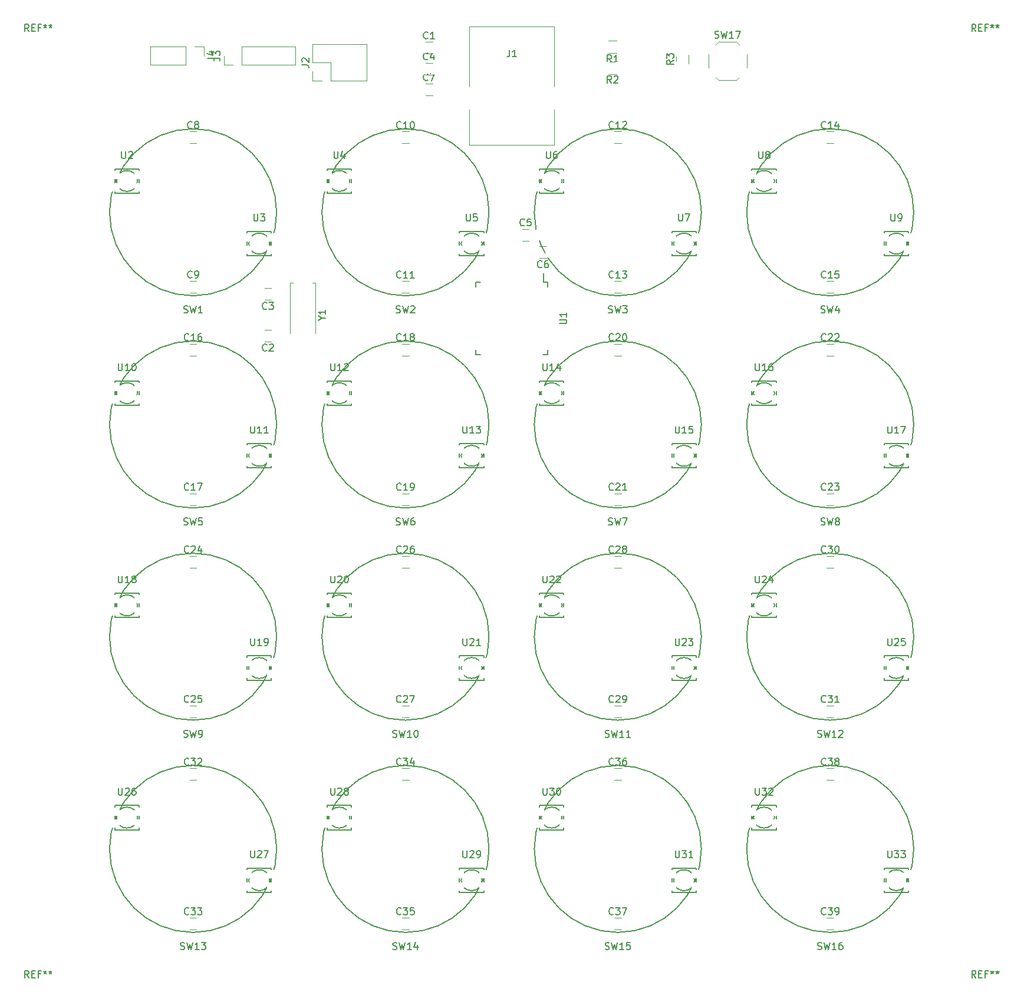
<source format=gbr>
G04 #@! TF.FileFunction,Legend,Top*
%FSLAX46Y46*%
G04 Gerber Fmt 4.6, Leading zero omitted, Abs format (unit mm)*
G04 Created by KiCad (PCBNEW 4.0.6) date 07/23/17 10:38:33*
%MOMM*%
%LPD*%
G01*
G04 APERTURE LIST*
%ADD10C,0.100000*%
%ADD11C,0.150000*%
%ADD12C,0.120000*%
%ADD13R,0.950000X1.900000*%
%ADD14R,1.900000X0.950000*%
%ADD15C,4.200000*%
%ADD16C,3.400000*%
%ADD17R,1.900000X1.650000*%
%ADD18C,1.920000*%
%ADD19C,3.100000*%
%ADD20R,2.100000X2.100000*%
%ADD21O,2.100000X2.100000*%
%ADD22R,1.900000X1.700000*%
%ADD23R,1.700000X1.900000*%
%ADD24R,2.100000X1.400000*%
%ADD25R,1.400000X1.250000*%
%ADD26R,2.800000X3.725000*%
G04 APERTURE END LIST*
D10*
D11*
X104675000Y-57825000D02*
X104100000Y-57825000D01*
X104675000Y-68175000D02*
X104000000Y-68175000D01*
X94325000Y-68175000D02*
X95000000Y-68175000D01*
X94325000Y-57825000D02*
X95000000Y-57825000D01*
X104675000Y-57825000D02*
X104675000Y-58500000D01*
X94325000Y-57825000D02*
X94325000Y-58500000D01*
X94325000Y-68175000D02*
X94325000Y-67500000D01*
X104675000Y-68175000D02*
X104675000Y-67500000D01*
X104100000Y-57825000D02*
X104100000Y-56550000D01*
X126750000Y-47750000D02*
G75*
G03X126750000Y-47750000I-12000000J0D01*
G01*
X65750000Y-47750000D02*
G75*
G03X65750000Y-47750000I-12000000J0D01*
G01*
X157250000Y-78250000D02*
G75*
G03X157250000Y-78250000I-12000000J0D01*
G01*
D12*
X88125000Y-23275000D02*
X87125000Y-23275000D01*
X87125000Y-24975000D02*
X88125000Y-24975000D01*
X64000000Y-66350000D02*
X65000000Y-66350000D01*
X65000000Y-64650000D02*
X64000000Y-64650000D01*
X64000000Y-60350000D02*
X65000000Y-60350000D01*
X65000000Y-58650000D02*
X64000000Y-58650000D01*
X88125000Y-26275000D02*
X87125000Y-26275000D01*
X87125000Y-27975000D02*
X88125000Y-27975000D01*
X102000000Y-50150000D02*
X101000000Y-50150000D01*
X101000000Y-51850000D02*
X102000000Y-51850000D01*
X103500000Y-54350000D02*
X104500000Y-54350000D01*
X104500000Y-52650000D02*
X103500000Y-52650000D01*
X88125000Y-29275000D02*
X87125000Y-29275000D01*
X87125000Y-30975000D02*
X88125000Y-30975000D01*
X54250000Y-36150000D02*
X53250000Y-36150000D01*
X53250000Y-37850000D02*
X54250000Y-37850000D01*
X54250000Y-57650000D02*
X53250000Y-57650000D01*
X53250000Y-59350000D02*
X54250000Y-59350000D01*
X84750000Y-36150000D02*
X83750000Y-36150000D01*
X83750000Y-37850000D02*
X84750000Y-37850000D01*
X84750000Y-57650000D02*
X83750000Y-57650000D01*
X83750000Y-59350000D02*
X84750000Y-59350000D01*
X115250000Y-36150000D02*
X114250000Y-36150000D01*
X114250000Y-37850000D02*
X115250000Y-37850000D01*
X115250000Y-57650000D02*
X114250000Y-57650000D01*
X114250000Y-59350000D02*
X115250000Y-59350000D01*
X145750000Y-36150000D02*
X144750000Y-36150000D01*
X144750000Y-37850000D02*
X145750000Y-37850000D01*
X145750000Y-57650000D02*
X144750000Y-57650000D01*
X144750000Y-59350000D02*
X145750000Y-59350000D01*
X54250000Y-66650000D02*
X53250000Y-66650000D01*
X53250000Y-68350000D02*
X54250000Y-68350000D01*
X54250000Y-88150000D02*
X53250000Y-88150000D01*
X53250000Y-89850000D02*
X54250000Y-89850000D01*
X84750000Y-66650000D02*
X83750000Y-66650000D01*
X83750000Y-68350000D02*
X84750000Y-68350000D01*
X84750000Y-88150000D02*
X83750000Y-88150000D01*
X83750000Y-89850000D02*
X84750000Y-89850000D01*
X115250000Y-66650000D02*
X114250000Y-66650000D01*
X114250000Y-68350000D02*
X115250000Y-68350000D01*
X115250000Y-88150000D02*
X114250000Y-88150000D01*
X114250000Y-89850000D02*
X115250000Y-89850000D01*
X145750000Y-66650000D02*
X144750000Y-66650000D01*
X144750000Y-68350000D02*
X145750000Y-68350000D01*
X145750000Y-88150000D02*
X144750000Y-88150000D01*
X144750000Y-89850000D02*
X145750000Y-89850000D01*
X54250000Y-97150000D02*
X53250000Y-97150000D01*
X53250000Y-98850000D02*
X54250000Y-98850000D01*
X54250000Y-118650000D02*
X53250000Y-118650000D01*
X53250000Y-120350000D02*
X54250000Y-120350000D01*
X84750000Y-97150000D02*
X83750000Y-97150000D01*
X83750000Y-98850000D02*
X84750000Y-98850000D01*
X84750000Y-118650000D02*
X83750000Y-118650000D01*
X83750000Y-120350000D02*
X84750000Y-120350000D01*
X115250000Y-97150000D02*
X114250000Y-97150000D01*
X114250000Y-98850000D02*
X115250000Y-98850000D01*
X115250000Y-118650000D02*
X114250000Y-118650000D01*
X114250000Y-120350000D02*
X115250000Y-120350000D01*
X145750000Y-97150000D02*
X144750000Y-97150000D01*
X144750000Y-98850000D02*
X145750000Y-98850000D01*
X145750000Y-118650000D02*
X144750000Y-118650000D01*
X144750000Y-120350000D02*
X145750000Y-120350000D01*
X54250000Y-127650000D02*
X53250000Y-127650000D01*
X53250000Y-129350000D02*
X54250000Y-129350000D01*
X54250000Y-149150000D02*
X53250000Y-149150000D01*
X53250000Y-150850000D02*
X54250000Y-150850000D01*
X84750000Y-127650000D02*
X83750000Y-127650000D01*
X83750000Y-129350000D02*
X84750000Y-129350000D01*
X84750000Y-149150000D02*
X83750000Y-149150000D01*
X83750000Y-150850000D02*
X84750000Y-150850000D01*
X115250000Y-127650000D02*
X114250000Y-127650000D01*
X114250000Y-129350000D02*
X115250000Y-129350000D01*
X115250000Y-149150000D02*
X114250000Y-149150000D01*
X114250000Y-150850000D02*
X115250000Y-150850000D01*
X145750000Y-127650000D02*
X144750000Y-127650000D01*
X144750000Y-129350000D02*
X145750000Y-129350000D01*
X145750000Y-149150000D02*
X144750000Y-149150000D01*
X144750000Y-150850000D02*
X145750000Y-150850000D01*
X105620000Y-29650000D02*
X105620000Y-21010000D01*
X105620000Y-38030000D02*
X105620000Y-32950000D01*
X93420000Y-29650000D02*
X93420000Y-21010000D01*
X93420000Y-38030000D02*
X93420000Y-32950000D01*
X93420000Y-21010000D02*
X105620000Y-21010000D01*
X105620000Y-38030000D02*
X93420000Y-38030000D01*
X78660000Y-28830000D02*
X78660000Y-23630000D01*
X73520000Y-28830000D02*
X78660000Y-28830000D01*
X70920000Y-23630000D02*
X78660000Y-23630000D01*
X73520000Y-28830000D02*
X73520000Y-26230000D01*
X73520000Y-26230000D02*
X70920000Y-26230000D01*
X70920000Y-26230000D02*
X70920000Y-23630000D01*
X72250000Y-28830000D02*
X70920000Y-28830000D01*
X70920000Y-28830000D02*
X70920000Y-27500000D01*
X68450000Y-26580000D02*
X68450000Y-23920000D01*
X60770000Y-26580000D02*
X68450000Y-26580000D01*
X60770000Y-23920000D02*
X68450000Y-23920000D01*
X60770000Y-26580000D02*
X60770000Y-23920000D01*
X59500000Y-26580000D02*
X58170000Y-26580000D01*
X58170000Y-26580000D02*
X58170000Y-25250000D01*
X113400000Y-23120000D02*
X114600000Y-23120000D01*
X114600000Y-24880000D02*
X113400000Y-24880000D01*
X113400000Y-26120000D02*
X114600000Y-26120000D01*
X114600000Y-27880000D02*
X113400000Y-27880000D01*
X124880000Y-25150000D02*
X124880000Y-26350000D01*
X123120000Y-26350000D02*
X123120000Y-25150000D01*
D11*
X96250000Y-47750000D02*
G75*
G03X96250000Y-47750000I-12000000J0D01*
G01*
X157250000Y-47750000D02*
G75*
G03X157250000Y-47750000I-12000000J0D01*
G01*
X65750000Y-78250000D02*
G75*
G03X65750000Y-78250000I-12000000J0D01*
G01*
X96250000Y-78250000D02*
G75*
G03X96250000Y-78250000I-12000000J0D01*
G01*
X126750000Y-78250000D02*
G75*
G03X126750000Y-78250000I-12000000J0D01*
G01*
X65750000Y-108750000D02*
G75*
G03X65750000Y-108750000I-12000000J0D01*
G01*
X96250000Y-108750000D02*
G75*
G03X96250000Y-108750000I-12000000J0D01*
G01*
X126750000Y-108750000D02*
G75*
G03X126750000Y-108750000I-12000000J0D01*
G01*
X157250000Y-108750000D02*
G75*
G03X157250000Y-108750000I-12000000J0D01*
G01*
X65750000Y-139250000D02*
G75*
G03X65750000Y-139250000I-12000000J0D01*
G01*
X96250000Y-139250000D02*
G75*
G03X96250000Y-139250000I-12000000J0D01*
G01*
X126750000Y-139250000D02*
G75*
G03X126750000Y-139250000I-12000000J0D01*
G01*
X157250000Y-139250000D02*
G75*
G03X157250000Y-139250000I-12000000J0D01*
G01*
D12*
X128800000Y-28300000D02*
X129250000Y-28750000D01*
X132200000Y-28300000D02*
X131750000Y-28750000D01*
X132200000Y-23700000D02*
X131750000Y-23250000D01*
X128800000Y-23700000D02*
X129250000Y-23250000D01*
X133250000Y-25000000D02*
X133250000Y-27000000D01*
X129250000Y-28750000D02*
X131750000Y-28750000D01*
X127750000Y-25000000D02*
X127750000Y-27000000D01*
X129250000Y-23250000D02*
X131750000Y-23250000D01*
D11*
X45753330Y-43250000D02*
G75*
G03X45753330Y-43250000I-1503330J0D01*
G01*
X42500000Y-41500000D02*
X42500000Y-45000000D01*
X46000000Y-45000000D02*
X46000000Y-41500000D01*
X46000000Y-41500000D02*
X42500000Y-41500000D01*
X46000000Y-45000000D02*
X42500000Y-45000000D01*
X64753330Y-52250000D02*
G75*
G03X64753330Y-52250000I-1503330J0D01*
G01*
X61500000Y-50500000D02*
X61500000Y-54000000D01*
X65000000Y-54000000D02*
X65000000Y-50500000D01*
X65000000Y-50500000D02*
X61500000Y-50500000D01*
X65000000Y-54000000D02*
X61500000Y-54000000D01*
X76253330Y-43250000D02*
G75*
G03X76253330Y-43250000I-1503330J0D01*
G01*
X73000000Y-41500000D02*
X73000000Y-45000000D01*
X76500000Y-45000000D02*
X76500000Y-41500000D01*
X76500000Y-41500000D02*
X73000000Y-41500000D01*
X76500000Y-45000000D02*
X73000000Y-45000000D01*
X95253330Y-52250000D02*
G75*
G03X95253330Y-52250000I-1503330J0D01*
G01*
X92000000Y-50500000D02*
X92000000Y-54000000D01*
X95500000Y-54000000D02*
X95500000Y-50500000D01*
X95500000Y-50500000D02*
X92000000Y-50500000D01*
X95500000Y-54000000D02*
X92000000Y-54000000D01*
X106753330Y-43250000D02*
G75*
G03X106753330Y-43250000I-1503330J0D01*
G01*
X103500000Y-41500000D02*
X103500000Y-45000000D01*
X107000000Y-45000000D02*
X107000000Y-41500000D01*
X107000000Y-41500000D02*
X103500000Y-41500000D01*
X107000000Y-45000000D02*
X103500000Y-45000000D01*
X125753330Y-52250000D02*
G75*
G03X125753330Y-52250000I-1503330J0D01*
G01*
X122500000Y-50500000D02*
X122500000Y-54000000D01*
X126000000Y-54000000D02*
X126000000Y-50500000D01*
X126000000Y-50500000D02*
X122500000Y-50500000D01*
X126000000Y-54000000D02*
X122500000Y-54000000D01*
X137253330Y-43250000D02*
G75*
G03X137253330Y-43250000I-1503330J0D01*
G01*
X134000000Y-41500000D02*
X134000000Y-45000000D01*
X137500000Y-45000000D02*
X137500000Y-41500000D01*
X137500000Y-41500000D02*
X134000000Y-41500000D01*
X137500000Y-45000000D02*
X134000000Y-45000000D01*
X156253330Y-52250000D02*
G75*
G03X156253330Y-52250000I-1503330J0D01*
G01*
X153000000Y-50500000D02*
X153000000Y-54000000D01*
X156500000Y-54000000D02*
X156500000Y-50500000D01*
X156500000Y-50500000D02*
X153000000Y-50500000D01*
X156500000Y-54000000D02*
X153000000Y-54000000D01*
X45753330Y-73750000D02*
G75*
G03X45753330Y-73750000I-1503330J0D01*
G01*
X42500000Y-72000000D02*
X42500000Y-75500000D01*
X46000000Y-75500000D02*
X46000000Y-72000000D01*
X46000000Y-72000000D02*
X42500000Y-72000000D01*
X46000000Y-75500000D02*
X42500000Y-75500000D01*
X64753330Y-82750000D02*
G75*
G03X64753330Y-82750000I-1503330J0D01*
G01*
X61500000Y-81000000D02*
X61500000Y-84500000D01*
X65000000Y-84500000D02*
X65000000Y-81000000D01*
X65000000Y-81000000D02*
X61500000Y-81000000D01*
X65000000Y-84500000D02*
X61500000Y-84500000D01*
X76253330Y-73750000D02*
G75*
G03X76253330Y-73750000I-1503330J0D01*
G01*
X73000000Y-72000000D02*
X73000000Y-75500000D01*
X76500000Y-75500000D02*
X76500000Y-72000000D01*
X76500000Y-72000000D02*
X73000000Y-72000000D01*
X76500000Y-75500000D02*
X73000000Y-75500000D01*
X95253330Y-82750000D02*
G75*
G03X95253330Y-82750000I-1503330J0D01*
G01*
X92000000Y-81000000D02*
X92000000Y-84500000D01*
X95500000Y-84500000D02*
X95500000Y-81000000D01*
X95500000Y-81000000D02*
X92000000Y-81000000D01*
X95500000Y-84500000D02*
X92000000Y-84500000D01*
X106753330Y-73750000D02*
G75*
G03X106753330Y-73750000I-1503330J0D01*
G01*
X103500000Y-72000000D02*
X103500000Y-75500000D01*
X107000000Y-75500000D02*
X107000000Y-72000000D01*
X107000000Y-72000000D02*
X103500000Y-72000000D01*
X107000000Y-75500000D02*
X103500000Y-75500000D01*
X125753330Y-82750000D02*
G75*
G03X125753330Y-82750000I-1503330J0D01*
G01*
X122500000Y-81000000D02*
X122500000Y-84500000D01*
X126000000Y-84500000D02*
X126000000Y-81000000D01*
X126000000Y-81000000D02*
X122500000Y-81000000D01*
X126000000Y-84500000D02*
X122500000Y-84500000D01*
X137253330Y-73750000D02*
G75*
G03X137253330Y-73750000I-1503330J0D01*
G01*
X134000000Y-72000000D02*
X134000000Y-75500000D01*
X137500000Y-75500000D02*
X137500000Y-72000000D01*
X137500000Y-72000000D02*
X134000000Y-72000000D01*
X137500000Y-75500000D02*
X134000000Y-75500000D01*
X156253330Y-82750000D02*
G75*
G03X156253330Y-82750000I-1503330J0D01*
G01*
X153000000Y-81000000D02*
X153000000Y-84500000D01*
X156500000Y-84500000D02*
X156500000Y-81000000D01*
X156500000Y-81000000D02*
X153000000Y-81000000D01*
X156500000Y-84500000D02*
X153000000Y-84500000D01*
X45753330Y-104250000D02*
G75*
G03X45753330Y-104250000I-1503330J0D01*
G01*
X42500000Y-102500000D02*
X42500000Y-106000000D01*
X46000000Y-106000000D02*
X46000000Y-102500000D01*
X46000000Y-102500000D02*
X42500000Y-102500000D01*
X46000000Y-106000000D02*
X42500000Y-106000000D01*
X64753330Y-113250000D02*
G75*
G03X64753330Y-113250000I-1503330J0D01*
G01*
X61500000Y-111500000D02*
X61500000Y-115000000D01*
X65000000Y-115000000D02*
X65000000Y-111500000D01*
X65000000Y-111500000D02*
X61500000Y-111500000D01*
X65000000Y-115000000D02*
X61500000Y-115000000D01*
X76253330Y-104250000D02*
G75*
G03X76253330Y-104250000I-1503330J0D01*
G01*
X73000000Y-102500000D02*
X73000000Y-106000000D01*
X76500000Y-106000000D02*
X76500000Y-102500000D01*
X76500000Y-102500000D02*
X73000000Y-102500000D01*
X76500000Y-106000000D02*
X73000000Y-106000000D01*
X95253330Y-113250000D02*
G75*
G03X95253330Y-113250000I-1503330J0D01*
G01*
X92000000Y-111500000D02*
X92000000Y-115000000D01*
X95500000Y-115000000D02*
X95500000Y-111500000D01*
X95500000Y-111500000D02*
X92000000Y-111500000D01*
X95500000Y-115000000D02*
X92000000Y-115000000D01*
X106753330Y-104250000D02*
G75*
G03X106753330Y-104250000I-1503330J0D01*
G01*
X103500000Y-102500000D02*
X103500000Y-106000000D01*
X107000000Y-106000000D02*
X107000000Y-102500000D01*
X107000000Y-102500000D02*
X103500000Y-102500000D01*
X107000000Y-106000000D02*
X103500000Y-106000000D01*
X125753330Y-113250000D02*
G75*
G03X125753330Y-113250000I-1503330J0D01*
G01*
X122500000Y-111500000D02*
X122500000Y-115000000D01*
X126000000Y-115000000D02*
X126000000Y-111500000D01*
X126000000Y-111500000D02*
X122500000Y-111500000D01*
X126000000Y-115000000D02*
X122500000Y-115000000D01*
X137253330Y-104250000D02*
G75*
G03X137253330Y-104250000I-1503330J0D01*
G01*
X134000000Y-102500000D02*
X134000000Y-106000000D01*
X137500000Y-106000000D02*
X137500000Y-102500000D01*
X137500000Y-102500000D02*
X134000000Y-102500000D01*
X137500000Y-106000000D02*
X134000000Y-106000000D01*
X156253330Y-113250000D02*
G75*
G03X156253330Y-113250000I-1503330J0D01*
G01*
X153000000Y-111500000D02*
X153000000Y-115000000D01*
X156500000Y-115000000D02*
X156500000Y-111500000D01*
X156500000Y-111500000D02*
X153000000Y-111500000D01*
X156500000Y-115000000D02*
X153000000Y-115000000D01*
X45753330Y-134750000D02*
G75*
G03X45753330Y-134750000I-1503330J0D01*
G01*
X42500000Y-133000000D02*
X42500000Y-136500000D01*
X46000000Y-136500000D02*
X46000000Y-133000000D01*
X46000000Y-133000000D02*
X42500000Y-133000000D01*
X46000000Y-136500000D02*
X42500000Y-136500000D01*
X64753330Y-143750000D02*
G75*
G03X64753330Y-143750000I-1503330J0D01*
G01*
X61500000Y-142000000D02*
X61500000Y-145500000D01*
X65000000Y-145500000D02*
X65000000Y-142000000D01*
X65000000Y-142000000D02*
X61500000Y-142000000D01*
X65000000Y-145500000D02*
X61500000Y-145500000D01*
X76253330Y-134750000D02*
G75*
G03X76253330Y-134750000I-1503330J0D01*
G01*
X73000000Y-133000000D02*
X73000000Y-136500000D01*
X76500000Y-136500000D02*
X76500000Y-133000000D01*
X76500000Y-133000000D02*
X73000000Y-133000000D01*
X76500000Y-136500000D02*
X73000000Y-136500000D01*
X95253330Y-143750000D02*
G75*
G03X95253330Y-143750000I-1503330J0D01*
G01*
X92000000Y-142000000D02*
X92000000Y-145500000D01*
X95500000Y-145500000D02*
X95500000Y-142000000D01*
X95500000Y-142000000D02*
X92000000Y-142000000D01*
X95500000Y-145500000D02*
X92000000Y-145500000D01*
X106753330Y-134750000D02*
G75*
G03X106753330Y-134750000I-1503330J0D01*
G01*
X103500000Y-133000000D02*
X103500000Y-136500000D01*
X107000000Y-136500000D02*
X107000000Y-133000000D01*
X107000000Y-133000000D02*
X103500000Y-133000000D01*
X107000000Y-136500000D02*
X103500000Y-136500000D01*
X125753330Y-143750000D02*
G75*
G03X125753330Y-143750000I-1503330J0D01*
G01*
X122500000Y-142000000D02*
X122500000Y-145500000D01*
X126000000Y-145500000D02*
X126000000Y-142000000D01*
X126000000Y-142000000D02*
X122500000Y-142000000D01*
X126000000Y-145500000D02*
X122500000Y-145500000D01*
X137253330Y-134750000D02*
G75*
G03X137253330Y-134750000I-1503330J0D01*
G01*
X134000000Y-133000000D02*
X134000000Y-136500000D01*
X137500000Y-136500000D02*
X137500000Y-133000000D01*
X137500000Y-133000000D02*
X134000000Y-133000000D01*
X137500000Y-136500000D02*
X134000000Y-136500000D01*
X156253330Y-143750000D02*
G75*
G03X156253330Y-143750000I-1503330J0D01*
G01*
X153000000Y-142000000D02*
X153000000Y-145500000D01*
X156500000Y-145500000D02*
X156500000Y-142000000D01*
X156500000Y-142000000D02*
X153000000Y-142000000D01*
X156500000Y-145500000D02*
X153000000Y-145500000D01*
D12*
X71300000Y-65200000D02*
X71300000Y-57875000D01*
X71300000Y-57875000D02*
X67700000Y-57875000D01*
X67700000Y-57875000D02*
X67700000Y-65200000D01*
X47590000Y-23920000D02*
X47590000Y-26580000D01*
X52730000Y-23920000D02*
X47590000Y-23920000D01*
X52730000Y-26580000D02*
X47590000Y-26580000D01*
X52730000Y-23920000D02*
X52730000Y-26580000D01*
X54000000Y-23920000D02*
X55330000Y-23920000D01*
X55330000Y-23920000D02*
X55330000Y-25250000D01*
D11*
X106402381Y-63761905D02*
X107211905Y-63761905D01*
X107307143Y-63714286D01*
X107354762Y-63666667D01*
X107402381Y-63571429D01*
X107402381Y-63380952D01*
X107354762Y-63285714D01*
X107307143Y-63238095D01*
X107211905Y-63190476D01*
X106402381Y-63190476D01*
X107402381Y-62190476D02*
X107402381Y-62761905D01*
X107402381Y-62476191D02*
X106402381Y-62476191D01*
X106545238Y-62571429D01*
X106640476Y-62666667D01*
X106688095Y-62761905D01*
X113416667Y-62154762D02*
X113559524Y-62202381D01*
X113797620Y-62202381D01*
X113892858Y-62154762D01*
X113940477Y-62107143D01*
X113988096Y-62011905D01*
X113988096Y-61916667D01*
X113940477Y-61821429D01*
X113892858Y-61773810D01*
X113797620Y-61726190D01*
X113607143Y-61678571D01*
X113511905Y-61630952D01*
X113464286Y-61583333D01*
X113416667Y-61488095D01*
X113416667Y-61392857D01*
X113464286Y-61297619D01*
X113511905Y-61250000D01*
X113607143Y-61202381D01*
X113845239Y-61202381D01*
X113988096Y-61250000D01*
X114321429Y-61202381D02*
X114559524Y-62202381D01*
X114750001Y-61488095D01*
X114940477Y-62202381D01*
X115178572Y-61202381D01*
X115464286Y-61202381D02*
X116083334Y-61202381D01*
X115750000Y-61583333D01*
X115892858Y-61583333D01*
X115988096Y-61630952D01*
X116035715Y-61678571D01*
X116083334Y-61773810D01*
X116083334Y-62011905D01*
X116035715Y-62107143D01*
X115988096Y-62154762D01*
X115892858Y-62202381D01*
X115607143Y-62202381D01*
X115511905Y-62154762D01*
X115464286Y-62107143D01*
X52416667Y-62154762D02*
X52559524Y-62202381D01*
X52797620Y-62202381D01*
X52892858Y-62154762D01*
X52940477Y-62107143D01*
X52988096Y-62011905D01*
X52988096Y-61916667D01*
X52940477Y-61821429D01*
X52892858Y-61773810D01*
X52797620Y-61726190D01*
X52607143Y-61678571D01*
X52511905Y-61630952D01*
X52464286Y-61583333D01*
X52416667Y-61488095D01*
X52416667Y-61392857D01*
X52464286Y-61297619D01*
X52511905Y-61250000D01*
X52607143Y-61202381D01*
X52845239Y-61202381D01*
X52988096Y-61250000D01*
X53321429Y-61202381D02*
X53559524Y-62202381D01*
X53750001Y-61488095D01*
X53940477Y-62202381D01*
X54178572Y-61202381D01*
X55083334Y-62202381D02*
X54511905Y-62202381D01*
X54797619Y-62202381D02*
X54797619Y-61202381D01*
X54702381Y-61345238D01*
X54607143Y-61440476D01*
X54511905Y-61488095D01*
X143916667Y-92654762D02*
X144059524Y-92702381D01*
X144297620Y-92702381D01*
X144392858Y-92654762D01*
X144440477Y-92607143D01*
X144488096Y-92511905D01*
X144488096Y-92416667D01*
X144440477Y-92321429D01*
X144392858Y-92273810D01*
X144297620Y-92226190D01*
X144107143Y-92178571D01*
X144011905Y-92130952D01*
X143964286Y-92083333D01*
X143916667Y-91988095D01*
X143916667Y-91892857D01*
X143964286Y-91797619D01*
X144011905Y-91750000D01*
X144107143Y-91702381D01*
X144345239Y-91702381D01*
X144488096Y-91750000D01*
X144821429Y-91702381D02*
X145059524Y-92702381D01*
X145250001Y-91988095D01*
X145440477Y-92702381D01*
X145678572Y-91702381D01*
X146202381Y-92130952D02*
X146107143Y-92083333D01*
X146059524Y-92035714D01*
X146011905Y-91940476D01*
X146011905Y-91892857D01*
X146059524Y-91797619D01*
X146107143Y-91750000D01*
X146202381Y-91702381D01*
X146392858Y-91702381D01*
X146488096Y-91750000D01*
X146535715Y-91797619D01*
X146583334Y-91892857D01*
X146583334Y-91940476D01*
X146535715Y-92035714D01*
X146488096Y-92083333D01*
X146392858Y-92130952D01*
X146202381Y-92130952D01*
X146107143Y-92178571D01*
X146059524Y-92226190D01*
X146011905Y-92321429D01*
X146011905Y-92511905D01*
X146059524Y-92607143D01*
X146107143Y-92654762D01*
X146202381Y-92702381D01*
X146392858Y-92702381D01*
X146488096Y-92654762D01*
X146535715Y-92607143D01*
X146583334Y-92511905D01*
X146583334Y-92321429D01*
X146535715Y-92226190D01*
X146488096Y-92178571D01*
X146392858Y-92130952D01*
X166166667Y-21752381D02*
X165833333Y-21276190D01*
X165595238Y-21752381D02*
X165595238Y-20752381D01*
X165976191Y-20752381D01*
X166071429Y-20800000D01*
X166119048Y-20847619D01*
X166166667Y-20942857D01*
X166166667Y-21085714D01*
X166119048Y-21180952D01*
X166071429Y-21228571D01*
X165976191Y-21276190D01*
X165595238Y-21276190D01*
X166595238Y-21228571D02*
X166928572Y-21228571D01*
X167071429Y-21752381D02*
X166595238Y-21752381D01*
X166595238Y-20752381D01*
X167071429Y-20752381D01*
X167833334Y-21228571D02*
X167500000Y-21228571D01*
X167500000Y-21752381D02*
X167500000Y-20752381D01*
X167976191Y-20752381D01*
X168500000Y-20752381D02*
X168500000Y-20990476D01*
X168261905Y-20895238D02*
X168500000Y-20990476D01*
X168738096Y-20895238D01*
X168357143Y-21180952D02*
X168500000Y-20990476D01*
X168642858Y-21180952D01*
X169261905Y-20752381D02*
X169261905Y-20990476D01*
X169023810Y-20895238D02*
X169261905Y-20990476D01*
X169500001Y-20895238D01*
X169119048Y-21180952D02*
X169261905Y-20990476D01*
X169404763Y-21180952D01*
X166166667Y-157752381D02*
X165833333Y-157276190D01*
X165595238Y-157752381D02*
X165595238Y-156752381D01*
X165976191Y-156752381D01*
X166071429Y-156800000D01*
X166119048Y-156847619D01*
X166166667Y-156942857D01*
X166166667Y-157085714D01*
X166119048Y-157180952D01*
X166071429Y-157228571D01*
X165976191Y-157276190D01*
X165595238Y-157276190D01*
X166595238Y-157228571D02*
X166928572Y-157228571D01*
X167071429Y-157752381D02*
X166595238Y-157752381D01*
X166595238Y-156752381D01*
X167071429Y-156752381D01*
X167833334Y-157228571D02*
X167500000Y-157228571D01*
X167500000Y-157752381D02*
X167500000Y-156752381D01*
X167976191Y-156752381D01*
X168500000Y-156752381D02*
X168500000Y-156990476D01*
X168261905Y-156895238D02*
X168500000Y-156990476D01*
X168738096Y-156895238D01*
X168357143Y-157180952D02*
X168500000Y-156990476D01*
X168642858Y-157180952D01*
X169261905Y-156752381D02*
X169261905Y-156990476D01*
X169023810Y-156895238D02*
X169261905Y-156990476D01*
X169500001Y-156895238D01*
X169119048Y-157180952D02*
X169261905Y-156990476D01*
X169404763Y-157180952D01*
X30166667Y-157752381D02*
X29833333Y-157276190D01*
X29595238Y-157752381D02*
X29595238Y-156752381D01*
X29976191Y-156752381D01*
X30071429Y-156800000D01*
X30119048Y-156847619D01*
X30166667Y-156942857D01*
X30166667Y-157085714D01*
X30119048Y-157180952D01*
X30071429Y-157228571D01*
X29976191Y-157276190D01*
X29595238Y-157276190D01*
X30595238Y-157228571D02*
X30928572Y-157228571D01*
X31071429Y-157752381D02*
X30595238Y-157752381D01*
X30595238Y-156752381D01*
X31071429Y-156752381D01*
X31833334Y-157228571D02*
X31500000Y-157228571D01*
X31500000Y-157752381D02*
X31500000Y-156752381D01*
X31976191Y-156752381D01*
X32500000Y-156752381D02*
X32500000Y-156990476D01*
X32261905Y-156895238D02*
X32500000Y-156990476D01*
X32738096Y-156895238D01*
X32357143Y-157180952D02*
X32500000Y-156990476D01*
X32642858Y-157180952D01*
X33261905Y-156752381D02*
X33261905Y-156990476D01*
X33023810Y-156895238D02*
X33261905Y-156990476D01*
X33500001Y-156895238D01*
X33119048Y-157180952D02*
X33261905Y-156990476D01*
X33404763Y-157180952D01*
X30166667Y-21752381D02*
X29833333Y-21276190D01*
X29595238Y-21752381D02*
X29595238Y-20752381D01*
X29976191Y-20752381D01*
X30071429Y-20800000D01*
X30119048Y-20847619D01*
X30166667Y-20942857D01*
X30166667Y-21085714D01*
X30119048Y-21180952D01*
X30071429Y-21228571D01*
X29976191Y-21276190D01*
X29595238Y-21276190D01*
X30595238Y-21228571D02*
X30928572Y-21228571D01*
X31071429Y-21752381D02*
X30595238Y-21752381D01*
X30595238Y-20752381D01*
X31071429Y-20752381D01*
X31833334Y-21228571D02*
X31500000Y-21228571D01*
X31500000Y-21752381D02*
X31500000Y-20752381D01*
X31976191Y-20752381D01*
X32500000Y-20752381D02*
X32500000Y-20990476D01*
X32261905Y-20895238D02*
X32500000Y-20990476D01*
X32738096Y-20895238D01*
X32357143Y-21180952D02*
X32500000Y-20990476D01*
X32642858Y-21180952D01*
X33261905Y-20752381D02*
X33261905Y-20990476D01*
X33023810Y-20895238D02*
X33261905Y-20990476D01*
X33500001Y-20895238D01*
X33119048Y-21180952D02*
X33261905Y-20990476D01*
X33404763Y-21180952D01*
X87458334Y-22732143D02*
X87410715Y-22779762D01*
X87267858Y-22827381D01*
X87172620Y-22827381D01*
X87029762Y-22779762D01*
X86934524Y-22684524D01*
X86886905Y-22589286D01*
X86839286Y-22398810D01*
X86839286Y-22255952D01*
X86886905Y-22065476D01*
X86934524Y-21970238D01*
X87029762Y-21875000D01*
X87172620Y-21827381D01*
X87267858Y-21827381D01*
X87410715Y-21875000D01*
X87458334Y-21922619D01*
X88410715Y-22827381D02*
X87839286Y-22827381D01*
X88125000Y-22827381D02*
X88125000Y-21827381D01*
X88029762Y-21970238D01*
X87934524Y-22065476D01*
X87839286Y-22113095D01*
X64333334Y-67607143D02*
X64285715Y-67654762D01*
X64142858Y-67702381D01*
X64047620Y-67702381D01*
X63904762Y-67654762D01*
X63809524Y-67559524D01*
X63761905Y-67464286D01*
X63714286Y-67273810D01*
X63714286Y-67130952D01*
X63761905Y-66940476D01*
X63809524Y-66845238D01*
X63904762Y-66750000D01*
X64047620Y-66702381D01*
X64142858Y-66702381D01*
X64285715Y-66750000D01*
X64333334Y-66797619D01*
X64714286Y-66797619D02*
X64761905Y-66750000D01*
X64857143Y-66702381D01*
X65095239Y-66702381D01*
X65190477Y-66750000D01*
X65238096Y-66797619D01*
X65285715Y-66892857D01*
X65285715Y-66988095D01*
X65238096Y-67130952D01*
X64666667Y-67702381D01*
X65285715Y-67702381D01*
X64333334Y-61607143D02*
X64285715Y-61654762D01*
X64142858Y-61702381D01*
X64047620Y-61702381D01*
X63904762Y-61654762D01*
X63809524Y-61559524D01*
X63761905Y-61464286D01*
X63714286Y-61273810D01*
X63714286Y-61130952D01*
X63761905Y-60940476D01*
X63809524Y-60845238D01*
X63904762Y-60750000D01*
X64047620Y-60702381D01*
X64142858Y-60702381D01*
X64285715Y-60750000D01*
X64333334Y-60797619D01*
X64666667Y-60702381D02*
X65285715Y-60702381D01*
X64952381Y-61083333D01*
X65095239Y-61083333D01*
X65190477Y-61130952D01*
X65238096Y-61178571D01*
X65285715Y-61273810D01*
X65285715Y-61511905D01*
X65238096Y-61607143D01*
X65190477Y-61654762D01*
X65095239Y-61702381D01*
X64809524Y-61702381D01*
X64714286Y-61654762D01*
X64666667Y-61607143D01*
X87458334Y-25732143D02*
X87410715Y-25779762D01*
X87267858Y-25827381D01*
X87172620Y-25827381D01*
X87029762Y-25779762D01*
X86934524Y-25684524D01*
X86886905Y-25589286D01*
X86839286Y-25398810D01*
X86839286Y-25255952D01*
X86886905Y-25065476D01*
X86934524Y-24970238D01*
X87029762Y-24875000D01*
X87172620Y-24827381D01*
X87267858Y-24827381D01*
X87410715Y-24875000D01*
X87458334Y-24922619D01*
X88315477Y-25160714D02*
X88315477Y-25827381D01*
X88077381Y-24779762D02*
X87839286Y-25494048D01*
X88458334Y-25494048D01*
X101333334Y-49607143D02*
X101285715Y-49654762D01*
X101142858Y-49702381D01*
X101047620Y-49702381D01*
X100904762Y-49654762D01*
X100809524Y-49559524D01*
X100761905Y-49464286D01*
X100714286Y-49273810D01*
X100714286Y-49130952D01*
X100761905Y-48940476D01*
X100809524Y-48845238D01*
X100904762Y-48750000D01*
X101047620Y-48702381D01*
X101142858Y-48702381D01*
X101285715Y-48750000D01*
X101333334Y-48797619D01*
X102238096Y-48702381D02*
X101761905Y-48702381D01*
X101714286Y-49178571D01*
X101761905Y-49130952D01*
X101857143Y-49083333D01*
X102095239Y-49083333D01*
X102190477Y-49130952D01*
X102238096Y-49178571D01*
X102285715Y-49273810D01*
X102285715Y-49511905D01*
X102238096Y-49607143D01*
X102190477Y-49654762D01*
X102095239Y-49702381D01*
X101857143Y-49702381D01*
X101761905Y-49654762D01*
X101714286Y-49607143D01*
X103833334Y-55607143D02*
X103785715Y-55654762D01*
X103642858Y-55702381D01*
X103547620Y-55702381D01*
X103404762Y-55654762D01*
X103309524Y-55559524D01*
X103261905Y-55464286D01*
X103214286Y-55273810D01*
X103214286Y-55130952D01*
X103261905Y-54940476D01*
X103309524Y-54845238D01*
X103404762Y-54750000D01*
X103547620Y-54702381D01*
X103642858Y-54702381D01*
X103785715Y-54750000D01*
X103833334Y-54797619D01*
X104690477Y-54702381D02*
X104500000Y-54702381D01*
X104404762Y-54750000D01*
X104357143Y-54797619D01*
X104261905Y-54940476D01*
X104214286Y-55130952D01*
X104214286Y-55511905D01*
X104261905Y-55607143D01*
X104309524Y-55654762D01*
X104404762Y-55702381D01*
X104595239Y-55702381D01*
X104690477Y-55654762D01*
X104738096Y-55607143D01*
X104785715Y-55511905D01*
X104785715Y-55273810D01*
X104738096Y-55178571D01*
X104690477Y-55130952D01*
X104595239Y-55083333D01*
X104404762Y-55083333D01*
X104309524Y-55130952D01*
X104261905Y-55178571D01*
X104214286Y-55273810D01*
X87458334Y-28732143D02*
X87410715Y-28779762D01*
X87267858Y-28827381D01*
X87172620Y-28827381D01*
X87029762Y-28779762D01*
X86934524Y-28684524D01*
X86886905Y-28589286D01*
X86839286Y-28398810D01*
X86839286Y-28255952D01*
X86886905Y-28065476D01*
X86934524Y-27970238D01*
X87029762Y-27875000D01*
X87172620Y-27827381D01*
X87267858Y-27827381D01*
X87410715Y-27875000D01*
X87458334Y-27922619D01*
X87791667Y-27827381D02*
X88458334Y-27827381D01*
X88029762Y-28827381D01*
X53583334Y-35607143D02*
X53535715Y-35654762D01*
X53392858Y-35702381D01*
X53297620Y-35702381D01*
X53154762Y-35654762D01*
X53059524Y-35559524D01*
X53011905Y-35464286D01*
X52964286Y-35273810D01*
X52964286Y-35130952D01*
X53011905Y-34940476D01*
X53059524Y-34845238D01*
X53154762Y-34750000D01*
X53297620Y-34702381D01*
X53392858Y-34702381D01*
X53535715Y-34750000D01*
X53583334Y-34797619D01*
X54154762Y-35130952D02*
X54059524Y-35083333D01*
X54011905Y-35035714D01*
X53964286Y-34940476D01*
X53964286Y-34892857D01*
X54011905Y-34797619D01*
X54059524Y-34750000D01*
X54154762Y-34702381D01*
X54345239Y-34702381D01*
X54440477Y-34750000D01*
X54488096Y-34797619D01*
X54535715Y-34892857D01*
X54535715Y-34940476D01*
X54488096Y-35035714D01*
X54440477Y-35083333D01*
X54345239Y-35130952D01*
X54154762Y-35130952D01*
X54059524Y-35178571D01*
X54011905Y-35226190D01*
X53964286Y-35321429D01*
X53964286Y-35511905D01*
X54011905Y-35607143D01*
X54059524Y-35654762D01*
X54154762Y-35702381D01*
X54345239Y-35702381D01*
X54440477Y-35654762D01*
X54488096Y-35607143D01*
X54535715Y-35511905D01*
X54535715Y-35321429D01*
X54488096Y-35226190D01*
X54440477Y-35178571D01*
X54345239Y-35130952D01*
X53583334Y-57107143D02*
X53535715Y-57154762D01*
X53392858Y-57202381D01*
X53297620Y-57202381D01*
X53154762Y-57154762D01*
X53059524Y-57059524D01*
X53011905Y-56964286D01*
X52964286Y-56773810D01*
X52964286Y-56630952D01*
X53011905Y-56440476D01*
X53059524Y-56345238D01*
X53154762Y-56250000D01*
X53297620Y-56202381D01*
X53392858Y-56202381D01*
X53535715Y-56250000D01*
X53583334Y-56297619D01*
X54059524Y-57202381D02*
X54250000Y-57202381D01*
X54345239Y-57154762D01*
X54392858Y-57107143D01*
X54488096Y-56964286D01*
X54535715Y-56773810D01*
X54535715Y-56392857D01*
X54488096Y-56297619D01*
X54440477Y-56250000D01*
X54345239Y-56202381D01*
X54154762Y-56202381D01*
X54059524Y-56250000D01*
X54011905Y-56297619D01*
X53964286Y-56392857D01*
X53964286Y-56630952D01*
X54011905Y-56726190D01*
X54059524Y-56773810D01*
X54154762Y-56821429D01*
X54345239Y-56821429D01*
X54440477Y-56773810D01*
X54488096Y-56726190D01*
X54535715Y-56630952D01*
X83607143Y-35607143D02*
X83559524Y-35654762D01*
X83416667Y-35702381D01*
X83321429Y-35702381D01*
X83178571Y-35654762D01*
X83083333Y-35559524D01*
X83035714Y-35464286D01*
X82988095Y-35273810D01*
X82988095Y-35130952D01*
X83035714Y-34940476D01*
X83083333Y-34845238D01*
X83178571Y-34750000D01*
X83321429Y-34702381D01*
X83416667Y-34702381D01*
X83559524Y-34750000D01*
X83607143Y-34797619D01*
X84559524Y-35702381D02*
X83988095Y-35702381D01*
X84273809Y-35702381D02*
X84273809Y-34702381D01*
X84178571Y-34845238D01*
X84083333Y-34940476D01*
X83988095Y-34988095D01*
X85178571Y-34702381D02*
X85273810Y-34702381D01*
X85369048Y-34750000D01*
X85416667Y-34797619D01*
X85464286Y-34892857D01*
X85511905Y-35083333D01*
X85511905Y-35321429D01*
X85464286Y-35511905D01*
X85416667Y-35607143D01*
X85369048Y-35654762D01*
X85273810Y-35702381D01*
X85178571Y-35702381D01*
X85083333Y-35654762D01*
X85035714Y-35607143D01*
X84988095Y-35511905D01*
X84940476Y-35321429D01*
X84940476Y-35083333D01*
X84988095Y-34892857D01*
X85035714Y-34797619D01*
X85083333Y-34750000D01*
X85178571Y-34702381D01*
X83607143Y-57107143D02*
X83559524Y-57154762D01*
X83416667Y-57202381D01*
X83321429Y-57202381D01*
X83178571Y-57154762D01*
X83083333Y-57059524D01*
X83035714Y-56964286D01*
X82988095Y-56773810D01*
X82988095Y-56630952D01*
X83035714Y-56440476D01*
X83083333Y-56345238D01*
X83178571Y-56250000D01*
X83321429Y-56202381D01*
X83416667Y-56202381D01*
X83559524Y-56250000D01*
X83607143Y-56297619D01*
X84559524Y-57202381D02*
X83988095Y-57202381D01*
X84273809Y-57202381D02*
X84273809Y-56202381D01*
X84178571Y-56345238D01*
X84083333Y-56440476D01*
X83988095Y-56488095D01*
X85511905Y-57202381D02*
X84940476Y-57202381D01*
X85226190Y-57202381D02*
X85226190Y-56202381D01*
X85130952Y-56345238D01*
X85035714Y-56440476D01*
X84940476Y-56488095D01*
X114107143Y-35607143D02*
X114059524Y-35654762D01*
X113916667Y-35702381D01*
X113821429Y-35702381D01*
X113678571Y-35654762D01*
X113583333Y-35559524D01*
X113535714Y-35464286D01*
X113488095Y-35273810D01*
X113488095Y-35130952D01*
X113535714Y-34940476D01*
X113583333Y-34845238D01*
X113678571Y-34750000D01*
X113821429Y-34702381D01*
X113916667Y-34702381D01*
X114059524Y-34750000D01*
X114107143Y-34797619D01*
X115059524Y-35702381D02*
X114488095Y-35702381D01*
X114773809Y-35702381D02*
X114773809Y-34702381D01*
X114678571Y-34845238D01*
X114583333Y-34940476D01*
X114488095Y-34988095D01*
X115440476Y-34797619D02*
X115488095Y-34750000D01*
X115583333Y-34702381D01*
X115821429Y-34702381D01*
X115916667Y-34750000D01*
X115964286Y-34797619D01*
X116011905Y-34892857D01*
X116011905Y-34988095D01*
X115964286Y-35130952D01*
X115392857Y-35702381D01*
X116011905Y-35702381D01*
X114107143Y-57107143D02*
X114059524Y-57154762D01*
X113916667Y-57202381D01*
X113821429Y-57202381D01*
X113678571Y-57154762D01*
X113583333Y-57059524D01*
X113535714Y-56964286D01*
X113488095Y-56773810D01*
X113488095Y-56630952D01*
X113535714Y-56440476D01*
X113583333Y-56345238D01*
X113678571Y-56250000D01*
X113821429Y-56202381D01*
X113916667Y-56202381D01*
X114059524Y-56250000D01*
X114107143Y-56297619D01*
X115059524Y-57202381D02*
X114488095Y-57202381D01*
X114773809Y-57202381D02*
X114773809Y-56202381D01*
X114678571Y-56345238D01*
X114583333Y-56440476D01*
X114488095Y-56488095D01*
X115392857Y-56202381D02*
X116011905Y-56202381D01*
X115678571Y-56583333D01*
X115821429Y-56583333D01*
X115916667Y-56630952D01*
X115964286Y-56678571D01*
X116011905Y-56773810D01*
X116011905Y-57011905D01*
X115964286Y-57107143D01*
X115916667Y-57154762D01*
X115821429Y-57202381D01*
X115535714Y-57202381D01*
X115440476Y-57154762D01*
X115392857Y-57107143D01*
X144607143Y-35607143D02*
X144559524Y-35654762D01*
X144416667Y-35702381D01*
X144321429Y-35702381D01*
X144178571Y-35654762D01*
X144083333Y-35559524D01*
X144035714Y-35464286D01*
X143988095Y-35273810D01*
X143988095Y-35130952D01*
X144035714Y-34940476D01*
X144083333Y-34845238D01*
X144178571Y-34750000D01*
X144321429Y-34702381D01*
X144416667Y-34702381D01*
X144559524Y-34750000D01*
X144607143Y-34797619D01*
X145559524Y-35702381D02*
X144988095Y-35702381D01*
X145273809Y-35702381D02*
X145273809Y-34702381D01*
X145178571Y-34845238D01*
X145083333Y-34940476D01*
X144988095Y-34988095D01*
X146416667Y-35035714D02*
X146416667Y-35702381D01*
X146178571Y-34654762D02*
X145940476Y-35369048D01*
X146559524Y-35369048D01*
X144607143Y-57107143D02*
X144559524Y-57154762D01*
X144416667Y-57202381D01*
X144321429Y-57202381D01*
X144178571Y-57154762D01*
X144083333Y-57059524D01*
X144035714Y-56964286D01*
X143988095Y-56773810D01*
X143988095Y-56630952D01*
X144035714Y-56440476D01*
X144083333Y-56345238D01*
X144178571Y-56250000D01*
X144321429Y-56202381D01*
X144416667Y-56202381D01*
X144559524Y-56250000D01*
X144607143Y-56297619D01*
X145559524Y-57202381D02*
X144988095Y-57202381D01*
X145273809Y-57202381D02*
X145273809Y-56202381D01*
X145178571Y-56345238D01*
X145083333Y-56440476D01*
X144988095Y-56488095D01*
X146464286Y-56202381D02*
X145988095Y-56202381D01*
X145940476Y-56678571D01*
X145988095Y-56630952D01*
X146083333Y-56583333D01*
X146321429Y-56583333D01*
X146416667Y-56630952D01*
X146464286Y-56678571D01*
X146511905Y-56773810D01*
X146511905Y-57011905D01*
X146464286Y-57107143D01*
X146416667Y-57154762D01*
X146321429Y-57202381D01*
X146083333Y-57202381D01*
X145988095Y-57154762D01*
X145940476Y-57107143D01*
X53107143Y-66107143D02*
X53059524Y-66154762D01*
X52916667Y-66202381D01*
X52821429Y-66202381D01*
X52678571Y-66154762D01*
X52583333Y-66059524D01*
X52535714Y-65964286D01*
X52488095Y-65773810D01*
X52488095Y-65630952D01*
X52535714Y-65440476D01*
X52583333Y-65345238D01*
X52678571Y-65250000D01*
X52821429Y-65202381D01*
X52916667Y-65202381D01*
X53059524Y-65250000D01*
X53107143Y-65297619D01*
X54059524Y-66202381D02*
X53488095Y-66202381D01*
X53773809Y-66202381D02*
X53773809Y-65202381D01*
X53678571Y-65345238D01*
X53583333Y-65440476D01*
X53488095Y-65488095D01*
X54916667Y-65202381D02*
X54726190Y-65202381D01*
X54630952Y-65250000D01*
X54583333Y-65297619D01*
X54488095Y-65440476D01*
X54440476Y-65630952D01*
X54440476Y-66011905D01*
X54488095Y-66107143D01*
X54535714Y-66154762D01*
X54630952Y-66202381D01*
X54821429Y-66202381D01*
X54916667Y-66154762D01*
X54964286Y-66107143D01*
X55011905Y-66011905D01*
X55011905Y-65773810D01*
X54964286Y-65678571D01*
X54916667Y-65630952D01*
X54821429Y-65583333D01*
X54630952Y-65583333D01*
X54535714Y-65630952D01*
X54488095Y-65678571D01*
X54440476Y-65773810D01*
X53107143Y-87607143D02*
X53059524Y-87654762D01*
X52916667Y-87702381D01*
X52821429Y-87702381D01*
X52678571Y-87654762D01*
X52583333Y-87559524D01*
X52535714Y-87464286D01*
X52488095Y-87273810D01*
X52488095Y-87130952D01*
X52535714Y-86940476D01*
X52583333Y-86845238D01*
X52678571Y-86750000D01*
X52821429Y-86702381D01*
X52916667Y-86702381D01*
X53059524Y-86750000D01*
X53107143Y-86797619D01*
X54059524Y-87702381D02*
X53488095Y-87702381D01*
X53773809Y-87702381D02*
X53773809Y-86702381D01*
X53678571Y-86845238D01*
X53583333Y-86940476D01*
X53488095Y-86988095D01*
X54392857Y-86702381D02*
X55059524Y-86702381D01*
X54630952Y-87702381D01*
X83607143Y-66107143D02*
X83559524Y-66154762D01*
X83416667Y-66202381D01*
X83321429Y-66202381D01*
X83178571Y-66154762D01*
X83083333Y-66059524D01*
X83035714Y-65964286D01*
X82988095Y-65773810D01*
X82988095Y-65630952D01*
X83035714Y-65440476D01*
X83083333Y-65345238D01*
X83178571Y-65250000D01*
X83321429Y-65202381D01*
X83416667Y-65202381D01*
X83559524Y-65250000D01*
X83607143Y-65297619D01*
X84559524Y-66202381D02*
X83988095Y-66202381D01*
X84273809Y-66202381D02*
X84273809Y-65202381D01*
X84178571Y-65345238D01*
X84083333Y-65440476D01*
X83988095Y-65488095D01*
X85130952Y-65630952D02*
X85035714Y-65583333D01*
X84988095Y-65535714D01*
X84940476Y-65440476D01*
X84940476Y-65392857D01*
X84988095Y-65297619D01*
X85035714Y-65250000D01*
X85130952Y-65202381D01*
X85321429Y-65202381D01*
X85416667Y-65250000D01*
X85464286Y-65297619D01*
X85511905Y-65392857D01*
X85511905Y-65440476D01*
X85464286Y-65535714D01*
X85416667Y-65583333D01*
X85321429Y-65630952D01*
X85130952Y-65630952D01*
X85035714Y-65678571D01*
X84988095Y-65726190D01*
X84940476Y-65821429D01*
X84940476Y-66011905D01*
X84988095Y-66107143D01*
X85035714Y-66154762D01*
X85130952Y-66202381D01*
X85321429Y-66202381D01*
X85416667Y-66154762D01*
X85464286Y-66107143D01*
X85511905Y-66011905D01*
X85511905Y-65821429D01*
X85464286Y-65726190D01*
X85416667Y-65678571D01*
X85321429Y-65630952D01*
X83607143Y-87607143D02*
X83559524Y-87654762D01*
X83416667Y-87702381D01*
X83321429Y-87702381D01*
X83178571Y-87654762D01*
X83083333Y-87559524D01*
X83035714Y-87464286D01*
X82988095Y-87273810D01*
X82988095Y-87130952D01*
X83035714Y-86940476D01*
X83083333Y-86845238D01*
X83178571Y-86750000D01*
X83321429Y-86702381D01*
X83416667Y-86702381D01*
X83559524Y-86750000D01*
X83607143Y-86797619D01*
X84559524Y-87702381D02*
X83988095Y-87702381D01*
X84273809Y-87702381D02*
X84273809Y-86702381D01*
X84178571Y-86845238D01*
X84083333Y-86940476D01*
X83988095Y-86988095D01*
X85035714Y-87702381D02*
X85226190Y-87702381D01*
X85321429Y-87654762D01*
X85369048Y-87607143D01*
X85464286Y-87464286D01*
X85511905Y-87273810D01*
X85511905Y-86892857D01*
X85464286Y-86797619D01*
X85416667Y-86750000D01*
X85321429Y-86702381D01*
X85130952Y-86702381D01*
X85035714Y-86750000D01*
X84988095Y-86797619D01*
X84940476Y-86892857D01*
X84940476Y-87130952D01*
X84988095Y-87226190D01*
X85035714Y-87273810D01*
X85130952Y-87321429D01*
X85321429Y-87321429D01*
X85416667Y-87273810D01*
X85464286Y-87226190D01*
X85511905Y-87130952D01*
X114107143Y-66107143D02*
X114059524Y-66154762D01*
X113916667Y-66202381D01*
X113821429Y-66202381D01*
X113678571Y-66154762D01*
X113583333Y-66059524D01*
X113535714Y-65964286D01*
X113488095Y-65773810D01*
X113488095Y-65630952D01*
X113535714Y-65440476D01*
X113583333Y-65345238D01*
X113678571Y-65250000D01*
X113821429Y-65202381D01*
X113916667Y-65202381D01*
X114059524Y-65250000D01*
X114107143Y-65297619D01*
X114488095Y-65297619D02*
X114535714Y-65250000D01*
X114630952Y-65202381D01*
X114869048Y-65202381D01*
X114964286Y-65250000D01*
X115011905Y-65297619D01*
X115059524Y-65392857D01*
X115059524Y-65488095D01*
X115011905Y-65630952D01*
X114440476Y-66202381D01*
X115059524Y-66202381D01*
X115678571Y-65202381D02*
X115773810Y-65202381D01*
X115869048Y-65250000D01*
X115916667Y-65297619D01*
X115964286Y-65392857D01*
X116011905Y-65583333D01*
X116011905Y-65821429D01*
X115964286Y-66011905D01*
X115916667Y-66107143D01*
X115869048Y-66154762D01*
X115773810Y-66202381D01*
X115678571Y-66202381D01*
X115583333Y-66154762D01*
X115535714Y-66107143D01*
X115488095Y-66011905D01*
X115440476Y-65821429D01*
X115440476Y-65583333D01*
X115488095Y-65392857D01*
X115535714Y-65297619D01*
X115583333Y-65250000D01*
X115678571Y-65202381D01*
X114107143Y-87607143D02*
X114059524Y-87654762D01*
X113916667Y-87702381D01*
X113821429Y-87702381D01*
X113678571Y-87654762D01*
X113583333Y-87559524D01*
X113535714Y-87464286D01*
X113488095Y-87273810D01*
X113488095Y-87130952D01*
X113535714Y-86940476D01*
X113583333Y-86845238D01*
X113678571Y-86750000D01*
X113821429Y-86702381D01*
X113916667Y-86702381D01*
X114059524Y-86750000D01*
X114107143Y-86797619D01*
X114488095Y-86797619D02*
X114535714Y-86750000D01*
X114630952Y-86702381D01*
X114869048Y-86702381D01*
X114964286Y-86750000D01*
X115011905Y-86797619D01*
X115059524Y-86892857D01*
X115059524Y-86988095D01*
X115011905Y-87130952D01*
X114440476Y-87702381D01*
X115059524Y-87702381D01*
X116011905Y-87702381D02*
X115440476Y-87702381D01*
X115726190Y-87702381D02*
X115726190Y-86702381D01*
X115630952Y-86845238D01*
X115535714Y-86940476D01*
X115440476Y-86988095D01*
X144607143Y-66107143D02*
X144559524Y-66154762D01*
X144416667Y-66202381D01*
X144321429Y-66202381D01*
X144178571Y-66154762D01*
X144083333Y-66059524D01*
X144035714Y-65964286D01*
X143988095Y-65773810D01*
X143988095Y-65630952D01*
X144035714Y-65440476D01*
X144083333Y-65345238D01*
X144178571Y-65250000D01*
X144321429Y-65202381D01*
X144416667Y-65202381D01*
X144559524Y-65250000D01*
X144607143Y-65297619D01*
X144988095Y-65297619D02*
X145035714Y-65250000D01*
X145130952Y-65202381D01*
X145369048Y-65202381D01*
X145464286Y-65250000D01*
X145511905Y-65297619D01*
X145559524Y-65392857D01*
X145559524Y-65488095D01*
X145511905Y-65630952D01*
X144940476Y-66202381D01*
X145559524Y-66202381D01*
X145940476Y-65297619D02*
X145988095Y-65250000D01*
X146083333Y-65202381D01*
X146321429Y-65202381D01*
X146416667Y-65250000D01*
X146464286Y-65297619D01*
X146511905Y-65392857D01*
X146511905Y-65488095D01*
X146464286Y-65630952D01*
X145892857Y-66202381D01*
X146511905Y-66202381D01*
X144607143Y-87607143D02*
X144559524Y-87654762D01*
X144416667Y-87702381D01*
X144321429Y-87702381D01*
X144178571Y-87654762D01*
X144083333Y-87559524D01*
X144035714Y-87464286D01*
X143988095Y-87273810D01*
X143988095Y-87130952D01*
X144035714Y-86940476D01*
X144083333Y-86845238D01*
X144178571Y-86750000D01*
X144321429Y-86702381D01*
X144416667Y-86702381D01*
X144559524Y-86750000D01*
X144607143Y-86797619D01*
X144988095Y-86797619D02*
X145035714Y-86750000D01*
X145130952Y-86702381D01*
X145369048Y-86702381D01*
X145464286Y-86750000D01*
X145511905Y-86797619D01*
X145559524Y-86892857D01*
X145559524Y-86988095D01*
X145511905Y-87130952D01*
X144940476Y-87702381D01*
X145559524Y-87702381D01*
X145892857Y-86702381D02*
X146511905Y-86702381D01*
X146178571Y-87083333D01*
X146321429Y-87083333D01*
X146416667Y-87130952D01*
X146464286Y-87178571D01*
X146511905Y-87273810D01*
X146511905Y-87511905D01*
X146464286Y-87607143D01*
X146416667Y-87654762D01*
X146321429Y-87702381D01*
X146035714Y-87702381D01*
X145940476Y-87654762D01*
X145892857Y-87607143D01*
X53107143Y-96607143D02*
X53059524Y-96654762D01*
X52916667Y-96702381D01*
X52821429Y-96702381D01*
X52678571Y-96654762D01*
X52583333Y-96559524D01*
X52535714Y-96464286D01*
X52488095Y-96273810D01*
X52488095Y-96130952D01*
X52535714Y-95940476D01*
X52583333Y-95845238D01*
X52678571Y-95750000D01*
X52821429Y-95702381D01*
X52916667Y-95702381D01*
X53059524Y-95750000D01*
X53107143Y-95797619D01*
X53488095Y-95797619D02*
X53535714Y-95750000D01*
X53630952Y-95702381D01*
X53869048Y-95702381D01*
X53964286Y-95750000D01*
X54011905Y-95797619D01*
X54059524Y-95892857D01*
X54059524Y-95988095D01*
X54011905Y-96130952D01*
X53440476Y-96702381D01*
X54059524Y-96702381D01*
X54916667Y-96035714D02*
X54916667Y-96702381D01*
X54678571Y-95654762D02*
X54440476Y-96369048D01*
X55059524Y-96369048D01*
X53107143Y-118107143D02*
X53059524Y-118154762D01*
X52916667Y-118202381D01*
X52821429Y-118202381D01*
X52678571Y-118154762D01*
X52583333Y-118059524D01*
X52535714Y-117964286D01*
X52488095Y-117773810D01*
X52488095Y-117630952D01*
X52535714Y-117440476D01*
X52583333Y-117345238D01*
X52678571Y-117250000D01*
X52821429Y-117202381D01*
X52916667Y-117202381D01*
X53059524Y-117250000D01*
X53107143Y-117297619D01*
X53488095Y-117297619D02*
X53535714Y-117250000D01*
X53630952Y-117202381D01*
X53869048Y-117202381D01*
X53964286Y-117250000D01*
X54011905Y-117297619D01*
X54059524Y-117392857D01*
X54059524Y-117488095D01*
X54011905Y-117630952D01*
X53440476Y-118202381D01*
X54059524Y-118202381D01*
X54964286Y-117202381D02*
X54488095Y-117202381D01*
X54440476Y-117678571D01*
X54488095Y-117630952D01*
X54583333Y-117583333D01*
X54821429Y-117583333D01*
X54916667Y-117630952D01*
X54964286Y-117678571D01*
X55011905Y-117773810D01*
X55011905Y-118011905D01*
X54964286Y-118107143D01*
X54916667Y-118154762D01*
X54821429Y-118202381D01*
X54583333Y-118202381D01*
X54488095Y-118154762D01*
X54440476Y-118107143D01*
X83607143Y-96607143D02*
X83559524Y-96654762D01*
X83416667Y-96702381D01*
X83321429Y-96702381D01*
X83178571Y-96654762D01*
X83083333Y-96559524D01*
X83035714Y-96464286D01*
X82988095Y-96273810D01*
X82988095Y-96130952D01*
X83035714Y-95940476D01*
X83083333Y-95845238D01*
X83178571Y-95750000D01*
X83321429Y-95702381D01*
X83416667Y-95702381D01*
X83559524Y-95750000D01*
X83607143Y-95797619D01*
X83988095Y-95797619D02*
X84035714Y-95750000D01*
X84130952Y-95702381D01*
X84369048Y-95702381D01*
X84464286Y-95750000D01*
X84511905Y-95797619D01*
X84559524Y-95892857D01*
X84559524Y-95988095D01*
X84511905Y-96130952D01*
X83940476Y-96702381D01*
X84559524Y-96702381D01*
X85416667Y-95702381D02*
X85226190Y-95702381D01*
X85130952Y-95750000D01*
X85083333Y-95797619D01*
X84988095Y-95940476D01*
X84940476Y-96130952D01*
X84940476Y-96511905D01*
X84988095Y-96607143D01*
X85035714Y-96654762D01*
X85130952Y-96702381D01*
X85321429Y-96702381D01*
X85416667Y-96654762D01*
X85464286Y-96607143D01*
X85511905Y-96511905D01*
X85511905Y-96273810D01*
X85464286Y-96178571D01*
X85416667Y-96130952D01*
X85321429Y-96083333D01*
X85130952Y-96083333D01*
X85035714Y-96130952D01*
X84988095Y-96178571D01*
X84940476Y-96273810D01*
X83607143Y-118107143D02*
X83559524Y-118154762D01*
X83416667Y-118202381D01*
X83321429Y-118202381D01*
X83178571Y-118154762D01*
X83083333Y-118059524D01*
X83035714Y-117964286D01*
X82988095Y-117773810D01*
X82988095Y-117630952D01*
X83035714Y-117440476D01*
X83083333Y-117345238D01*
X83178571Y-117250000D01*
X83321429Y-117202381D01*
X83416667Y-117202381D01*
X83559524Y-117250000D01*
X83607143Y-117297619D01*
X83988095Y-117297619D02*
X84035714Y-117250000D01*
X84130952Y-117202381D01*
X84369048Y-117202381D01*
X84464286Y-117250000D01*
X84511905Y-117297619D01*
X84559524Y-117392857D01*
X84559524Y-117488095D01*
X84511905Y-117630952D01*
X83940476Y-118202381D01*
X84559524Y-118202381D01*
X84892857Y-117202381D02*
X85559524Y-117202381D01*
X85130952Y-118202381D01*
X114107143Y-96607143D02*
X114059524Y-96654762D01*
X113916667Y-96702381D01*
X113821429Y-96702381D01*
X113678571Y-96654762D01*
X113583333Y-96559524D01*
X113535714Y-96464286D01*
X113488095Y-96273810D01*
X113488095Y-96130952D01*
X113535714Y-95940476D01*
X113583333Y-95845238D01*
X113678571Y-95750000D01*
X113821429Y-95702381D01*
X113916667Y-95702381D01*
X114059524Y-95750000D01*
X114107143Y-95797619D01*
X114488095Y-95797619D02*
X114535714Y-95750000D01*
X114630952Y-95702381D01*
X114869048Y-95702381D01*
X114964286Y-95750000D01*
X115011905Y-95797619D01*
X115059524Y-95892857D01*
X115059524Y-95988095D01*
X115011905Y-96130952D01*
X114440476Y-96702381D01*
X115059524Y-96702381D01*
X115630952Y-96130952D02*
X115535714Y-96083333D01*
X115488095Y-96035714D01*
X115440476Y-95940476D01*
X115440476Y-95892857D01*
X115488095Y-95797619D01*
X115535714Y-95750000D01*
X115630952Y-95702381D01*
X115821429Y-95702381D01*
X115916667Y-95750000D01*
X115964286Y-95797619D01*
X116011905Y-95892857D01*
X116011905Y-95940476D01*
X115964286Y-96035714D01*
X115916667Y-96083333D01*
X115821429Y-96130952D01*
X115630952Y-96130952D01*
X115535714Y-96178571D01*
X115488095Y-96226190D01*
X115440476Y-96321429D01*
X115440476Y-96511905D01*
X115488095Y-96607143D01*
X115535714Y-96654762D01*
X115630952Y-96702381D01*
X115821429Y-96702381D01*
X115916667Y-96654762D01*
X115964286Y-96607143D01*
X116011905Y-96511905D01*
X116011905Y-96321429D01*
X115964286Y-96226190D01*
X115916667Y-96178571D01*
X115821429Y-96130952D01*
X114107143Y-118107143D02*
X114059524Y-118154762D01*
X113916667Y-118202381D01*
X113821429Y-118202381D01*
X113678571Y-118154762D01*
X113583333Y-118059524D01*
X113535714Y-117964286D01*
X113488095Y-117773810D01*
X113488095Y-117630952D01*
X113535714Y-117440476D01*
X113583333Y-117345238D01*
X113678571Y-117250000D01*
X113821429Y-117202381D01*
X113916667Y-117202381D01*
X114059524Y-117250000D01*
X114107143Y-117297619D01*
X114488095Y-117297619D02*
X114535714Y-117250000D01*
X114630952Y-117202381D01*
X114869048Y-117202381D01*
X114964286Y-117250000D01*
X115011905Y-117297619D01*
X115059524Y-117392857D01*
X115059524Y-117488095D01*
X115011905Y-117630952D01*
X114440476Y-118202381D01*
X115059524Y-118202381D01*
X115535714Y-118202381D02*
X115726190Y-118202381D01*
X115821429Y-118154762D01*
X115869048Y-118107143D01*
X115964286Y-117964286D01*
X116011905Y-117773810D01*
X116011905Y-117392857D01*
X115964286Y-117297619D01*
X115916667Y-117250000D01*
X115821429Y-117202381D01*
X115630952Y-117202381D01*
X115535714Y-117250000D01*
X115488095Y-117297619D01*
X115440476Y-117392857D01*
X115440476Y-117630952D01*
X115488095Y-117726190D01*
X115535714Y-117773810D01*
X115630952Y-117821429D01*
X115821429Y-117821429D01*
X115916667Y-117773810D01*
X115964286Y-117726190D01*
X116011905Y-117630952D01*
X144607143Y-96607143D02*
X144559524Y-96654762D01*
X144416667Y-96702381D01*
X144321429Y-96702381D01*
X144178571Y-96654762D01*
X144083333Y-96559524D01*
X144035714Y-96464286D01*
X143988095Y-96273810D01*
X143988095Y-96130952D01*
X144035714Y-95940476D01*
X144083333Y-95845238D01*
X144178571Y-95750000D01*
X144321429Y-95702381D01*
X144416667Y-95702381D01*
X144559524Y-95750000D01*
X144607143Y-95797619D01*
X144940476Y-95702381D02*
X145559524Y-95702381D01*
X145226190Y-96083333D01*
X145369048Y-96083333D01*
X145464286Y-96130952D01*
X145511905Y-96178571D01*
X145559524Y-96273810D01*
X145559524Y-96511905D01*
X145511905Y-96607143D01*
X145464286Y-96654762D01*
X145369048Y-96702381D01*
X145083333Y-96702381D01*
X144988095Y-96654762D01*
X144940476Y-96607143D01*
X146178571Y-95702381D02*
X146273810Y-95702381D01*
X146369048Y-95750000D01*
X146416667Y-95797619D01*
X146464286Y-95892857D01*
X146511905Y-96083333D01*
X146511905Y-96321429D01*
X146464286Y-96511905D01*
X146416667Y-96607143D01*
X146369048Y-96654762D01*
X146273810Y-96702381D01*
X146178571Y-96702381D01*
X146083333Y-96654762D01*
X146035714Y-96607143D01*
X145988095Y-96511905D01*
X145940476Y-96321429D01*
X145940476Y-96083333D01*
X145988095Y-95892857D01*
X146035714Y-95797619D01*
X146083333Y-95750000D01*
X146178571Y-95702381D01*
X144607143Y-118107143D02*
X144559524Y-118154762D01*
X144416667Y-118202381D01*
X144321429Y-118202381D01*
X144178571Y-118154762D01*
X144083333Y-118059524D01*
X144035714Y-117964286D01*
X143988095Y-117773810D01*
X143988095Y-117630952D01*
X144035714Y-117440476D01*
X144083333Y-117345238D01*
X144178571Y-117250000D01*
X144321429Y-117202381D01*
X144416667Y-117202381D01*
X144559524Y-117250000D01*
X144607143Y-117297619D01*
X144940476Y-117202381D02*
X145559524Y-117202381D01*
X145226190Y-117583333D01*
X145369048Y-117583333D01*
X145464286Y-117630952D01*
X145511905Y-117678571D01*
X145559524Y-117773810D01*
X145559524Y-118011905D01*
X145511905Y-118107143D01*
X145464286Y-118154762D01*
X145369048Y-118202381D01*
X145083333Y-118202381D01*
X144988095Y-118154762D01*
X144940476Y-118107143D01*
X146511905Y-118202381D02*
X145940476Y-118202381D01*
X146226190Y-118202381D02*
X146226190Y-117202381D01*
X146130952Y-117345238D01*
X146035714Y-117440476D01*
X145940476Y-117488095D01*
X53107143Y-127107143D02*
X53059524Y-127154762D01*
X52916667Y-127202381D01*
X52821429Y-127202381D01*
X52678571Y-127154762D01*
X52583333Y-127059524D01*
X52535714Y-126964286D01*
X52488095Y-126773810D01*
X52488095Y-126630952D01*
X52535714Y-126440476D01*
X52583333Y-126345238D01*
X52678571Y-126250000D01*
X52821429Y-126202381D01*
X52916667Y-126202381D01*
X53059524Y-126250000D01*
X53107143Y-126297619D01*
X53440476Y-126202381D02*
X54059524Y-126202381D01*
X53726190Y-126583333D01*
X53869048Y-126583333D01*
X53964286Y-126630952D01*
X54011905Y-126678571D01*
X54059524Y-126773810D01*
X54059524Y-127011905D01*
X54011905Y-127107143D01*
X53964286Y-127154762D01*
X53869048Y-127202381D01*
X53583333Y-127202381D01*
X53488095Y-127154762D01*
X53440476Y-127107143D01*
X54440476Y-126297619D02*
X54488095Y-126250000D01*
X54583333Y-126202381D01*
X54821429Y-126202381D01*
X54916667Y-126250000D01*
X54964286Y-126297619D01*
X55011905Y-126392857D01*
X55011905Y-126488095D01*
X54964286Y-126630952D01*
X54392857Y-127202381D01*
X55011905Y-127202381D01*
X53107143Y-148607143D02*
X53059524Y-148654762D01*
X52916667Y-148702381D01*
X52821429Y-148702381D01*
X52678571Y-148654762D01*
X52583333Y-148559524D01*
X52535714Y-148464286D01*
X52488095Y-148273810D01*
X52488095Y-148130952D01*
X52535714Y-147940476D01*
X52583333Y-147845238D01*
X52678571Y-147750000D01*
X52821429Y-147702381D01*
X52916667Y-147702381D01*
X53059524Y-147750000D01*
X53107143Y-147797619D01*
X53440476Y-147702381D02*
X54059524Y-147702381D01*
X53726190Y-148083333D01*
X53869048Y-148083333D01*
X53964286Y-148130952D01*
X54011905Y-148178571D01*
X54059524Y-148273810D01*
X54059524Y-148511905D01*
X54011905Y-148607143D01*
X53964286Y-148654762D01*
X53869048Y-148702381D01*
X53583333Y-148702381D01*
X53488095Y-148654762D01*
X53440476Y-148607143D01*
X54392857Y-147702381D02*
X55011905Y-147702381D01*
X54678571Y-148083333D01*
X54821429Y-148083333D01*
X54916667Y-148130952D01*
X54964286Y-148178571D01*
X55011905Y-148273810D01*
X55011905Y-148511905D01*
X54964286Y-148607143D01*
X54916667Y-148654762D01*
X54821429Y-148702381D01*
X54535714Y-148702381D01*
X54440476Y-148654762D01*
X54392857Y-148607143D01*
X83607143Y-127107143D02*
X83559524Y-127154762D01*
X83416667Y-127202381D01*
X83321429Y-127202381D01*
X83178571Y-127154762D01*
X83083333Y-127059524D01*
X83035714Y-126964286D01*
X82988095Y-126773810D01*
X82988095Y-126630952D01*
X83035714Y-126440476D01*
X83083333Y-126345238D01*
X83178571Y-126250000D01*
X83321429Y-126202381D01*
X83416667Y-126202381D01*
X83559524Y-126250000D01*
X83607143Y-126297619D01*
X83940476Y-126202381D02*
X84559524Y-126202381D01*
X84226190Y-126583333D01*
X84369048Y-126583333D01*
X84464286Y-126630952D01*
X84511905Y-126678571D01*
X84559524Y-126773810D01*
X84559524Y-127011905D01*
X84511905Y-127107143D01*
X84464286Y-127154762D01*
X84369048Y-127202381D01*
X84083333Y-127202381D01*
X83988095Y-127154762D01*
X83940476Y-127107143D01*
X85416667Y-126535714D02*
X85416667Y-127202381D01*
X85178571Y-126154762D02*
X84940476Y-126869048D01*
X85559524Y-126869048D01*
X83607143Y-148607143D02*
X83559524Y-148654762D01*
X83416667Y-148702381D01*
X83321429Y-148702381D01*
X83178571Y-148654762D01*
X83083333Y-148559524D01*
X83035714Y-148464286D01*
X82988095Y-148273810D01*
X82988095Y-148130952D01*
X83035714Y-147940476D01*
X83083333Y-147845238D01*
X83178571Y-147750000D01*
X83321429Y-147702381D01*
X83416667Y-147702381D01*
X83559524Y-147750000D01*
X83607143Y-147797619D01*
X83940476Y-147702381D02*
X84559524Y-147702381D01*
X84226190Y-148083333D01*
X84369048Y-148083333D01*
X84464286Y-148130952D01*
X84511905Y-148178571D01*
X84559524Y-148273810D01*
X84559524Y-148511905D01*
X84511905Y-148607143D01*
X84464286Y-148654762D01*
X84369048Y-148702381D01*
X84083333Y-148702381D01*
X83988095Y-148654762D01*
X83940476Y-148607143D01*
X85464286Y-147702381D02*
X84988095Y-147702381D01*
X84940476Y-148178571D01*
X84988095Y-148130952D01*
X85083333Y-148083333D01*
X85321429Y-148083333D01*
X85416667Y-148130952D01*
X85464286Y-148178571D01*
X85511905Y-148273810D01*
X85511905Y-148511905D01*
X85464286Y-148607143D01*
X85416667Y-148654762D01*
X85321429Y-148702381D01*
X85083333Y-148702381D01*
X84988095Y-148654762D01*
X84940476Y-148607143D01*
X114107143Y-127107143D02*
X114059524Y-127154762D01*
X113916667Y-127202381D01*
X113821429Y-127202381D01*
X113678571Y-127154762D01*
X113583333Y-127059524D01*
X113535714Y-126964286D01*
X113488095Y-126773810D01*
X113488095Y-126630952D01*
X113535714Y-126440476D01*
X113583333Y-126345238D01*
X113678571Y-126250000D01*
X113821429Y-126202381D01*
X113916667Y-126202381D01*
X114059524Y-126250000D01*
X114107143Y-126297619D01*
X114440476Y-126202381D02*
X115059524Y-126202381D01*
X114726190Y-126583333D01*
X114869048Y-126583333D01*
X114964286Y-126630952D01*
X115011905Y-126678571D01*
X115059524Y-126773810D01*
X115059524Y-127011905D01*
X115011905Y-127107143D01*
X114964286Y-127154762D01*
X114869048Y-127202381D01*
X114583333Y-127202381D01*
X114488095Y-127154762D01*
X114440476Y-127107143D01*
X115916667Y-126202381D02*
X115726190Y-126202381D01*
X115630952Y-126250000D01*
X115583333Y-126297619D01*
X115488095Y-126440476D01*
X115440476Y-126630952D01*
X115440476Y-127011905D01*
X115488095Y-127107143D01*
X115535714Y-127154762D01*
X115630952Y-127202381D01*
X115821429Y-127202381D01*
X115916667Y-127154762D01*
X115964286Y-127107143D01*
X116011905Y-127011905D01*
X116011905Y-126773810D01*
X115964286Y-126678571D01*
X115916667Y-126630952D01*
X115821429Y-126583333D01*
X115630952Y-126583333D01*
X115535714Y-126630952D01*
X115488095Y-126678571D01*
X115440476Y-126773810D01*
X114107143Y-148607143D02*
X114059524Y-148654762D01*
X113916667Y-148702381D01*
X113821429Y-148702381D01*
X113678571Y-148654762D01*
X113583333Y-148559524D01*
X113535714Y-148464286D01*
X113488095Y-148273810D01*
X113488095Y-148130952D01*
X113535714Y-147940476D01*
X113583333Y-147845238D01*
X113678571Y-147750000D01*
X113821429Y-147702381D01*
X113916667Y-147702381D01*
X114059524Y-147750000D01*
X114107143Y-147797619D01*
X114440476Y-147702381D02*
X115059524Y-147702381D01*
X114726190Y-148083333D01*
X114869048Y-148083333D01*
X114964286Y-148130952D01*
X115011905Y-148178571D01*
X115059524Y-148273810D01*
X115059524Y-148511905D01*
X115011905Y-148607143D01*
X114964286Y-148654762D01*
X114869048Y-148702381D01*
X114583333Y-148702381D01*
X114488095Y-148654762D01*
X114440476Y-148607143D01*
X115392857Y-147702381D02*
X116059524Y-147702381D01*
X115630952Y-148702381D01*
X144607143Y-127107143D02*
X144559524Y-127154762D01*
X144416667Y-127202381D01*
X144321429Y-127202381D01*
X144178571Y-127154762D01*
X144083333Y-127059524D01*
X144035714Y-126964286D01*
X143988095Y-126773810D01*
X143988095Y-126630952D01*
X144035714Y-126440476D01*
X144083333Y-126345238D01*
X144178571Y-126250000D01*
X144321429Y-126202381D01*
X144416667Y-126202381D01*
X144559524Y-126250000D01*
X144607143Y-126297619D01*
X144940476Y-126202381D02*
X145559524Y-126202381D01*
X145226190Y-126583333D01*
X145369048Y-126583333D01*
X145464286Y-126630952D01*
X145511905Y-126678571D01*
X145559524Y-126773810D01*
X145559524Y-127011905D01*
X145511905Y-127107143D01*
X145464286Y-127154762D01*
X145369048Y-127202381D01*
X145083333Y-127202381D01*
X144988095Y-127154762D01*
X144940476Y-127107143D01*
X146130952Y-126630952D02*
X146035714Y-126583333D01*
X145988095Y-126535714D01*
X145940476Y-126440476D01*
X145940476Y-126392857D01*
X145988095Y-126297619D01*
X146035714Y-126250000D01*
X146130952Y-126202381D01*
X146321429Y-126202381D01*
X146416667Y-126250000D01*
X146464286Y-126297619D01*
X146511905Y-126392857D01*
X146511905Y-126440476D01*
X146464286Y-126535714D01*
X146416667Y-126583333D01*
X146321429Y-126630952D01*
X146130952Y-126630952D01*
X146035714Y-126678571D01*
X145988095Y-126726190D01*
X145940476Y-126821429D01*
X145940476Y-127011905D01*
X145988095Y-127107143D01*
X146035714Y-127154762D01*
X146130952Y-127202381D01*
X146321429Y-127202381D01*
X146416667Y-127154762D01*
X146464286Y-127107143D01*
X146511905Y-127011905D01*
X146511905Y-126821429D01*
X146464286Y-126726190D01*
X146416667Y-126678571D01*
X146321429Y-126630952D01*
X144607143Y-148607143D02*
X144559524Y-148654762D01*
X144416667Y-148702381D01*
X144321429Y-148702381D01*
X144178571Y-148654762D01*
X144083333Y-148559524D01*
X144035714Y-148464286D01*
X143988095Y-148273810D01*
X143988095Y-148130952D01*
X144035714Y-147940476D01*
X144083333Y-147845238D01*
X144178571Y-147750000D01*
X144321429Y-147702381D01*
X144416667Y-147702381D01*
X144559524Y-147750000D01*
X144607143Y-147797619D01*
X144940476Y-147702381D02*
X145559524Y-147702381D01*
X145226190Y-148083333D01*
X145369048Y-148083333D01*
X145464286Y-148130952D01*
X145511905Y-148178571D01*
X145559524Y-148273810D01*
X145559524Y-148511905D01*
X145511905Y-148607143D01*
X145464286Y-148654762D01*
X145369048Y-148702381D01*
X145083333Y-148702381D01*
X144988095Y-148654762D01*
X144940476Y-148607143D01*
X146035714Y-148702381D02*
X146226190Y-148702381D01*
X146321429Y-148654762D01*
X146369048Y-148607143D01*
X146464286Y-148464286D01*
X146511905Y-148273810D01*
X146511905Y-147892857D01*
X146464286Y-147797619D01*
X146416667Y-147750000D01*
X146321429Y-147702381D01*
X146130952Y-147702381D01*
X146035714Y-147750000D01*
X145988095Y-147797619D01*
X145940476Y-147892857D01*
X145940476Y-148130952D01*
X145988095Y-148226190D01*
X146035714Y-148273810D01*
X146130952Y-148321429D01*
X146321429Y-148321429D01*
X146416667Y-148273810D01*
X146464286Y-148226190D01*
X146511905Y-148130952D01*
X99186667Y-24402381D02*
X99186667Y-25116667D01*
X99139047Y-25259524D01*
X99043809Y-25354762D01*
X98900952Y-25402381D01*
X98805714Y-25402381D01*
X100186667Y-25402381D02*
X99615238Y-25402381D01*
X99900952Y-25402381D02*
X99900952Y-24402381D01*
X99805714Y-24545238D01*
X99710476Y-24640476D01*
X99615238Y-24688095D01*
X69372381Y-26563333D02*
X70086667Y-26563333D01*
X70229524Y-26610953D01*
X70324762Y-26706191D01*
X70372381Y-26849048D01*
X70372381Y-26944286D01*
X69467619Y-26134762D02*
X69420000Y-26087143D01*
X69372381Y-25991905D01*
X69372381Y-25753809D01*
X69420000Y-25658571D01*
X69467619Y-25610952D01*
X69562857Y-25563333D01*
X69658095Y-25563333D01*
X69800952Y-25610952D01*
X70372381Y-26182381D01*
X70372381Y-25563333D01*
X56622381Y-25583333D02*
X57336667Y-25583333D01*
X57479524Y-25630953D01*
X57574762Y-25726191D01*
X57622381Y-25869048D01*
X57622381Y-25964286D01*
X56622381Y-25202381D02*
X56622381Y-24583333D01*
X57003333Y-24916667D01*
X57003333Y-24773809D01*
X57050952Y-24678571D01*
X57098571Y-24630952D01*
X57193810Y-24583333D01*
X57431905Y-24583333D01*
X57527143Y-24630952D01*
X57574762Y-24678571D01*
X57622381Y-24773809D01*
X57622381Y-25059524D01*
X57574762Y-25154762D01*
X57527143Y-25202381D01*
X113833334Y-26152381D02*
X113500000Y-25676190D01*
X113261905Y-26152381D02*
X113261905Y-25152381D01*
X113642858Y-25152381D01*
X113738096Y-25200000D01*
X113785715Y-25247619D01*
X113833334Y-25342857D01*
X113833334Y-25485714D01*
X113785715Y-25580952D01*
X113738096Y-25628571D01*
X113642858Y-25676190D01*
X113261905Y-25676190D01*
X114785715Y-26152381D02*
X114214286Y-26152381D01*
X114500000Y-26152381D02*
X114500000Y-25152381D01*
X114404762Y-25295238D01*
X114309524Y-25390476D01*
X114214286Y-25438095D01*
X113833334Y-29152381D02*
X113500000Y-28676190D01*
X113261905Y-29152381D02*
X113261905Y-28152381D01*
X113642858Y-28152381D01*
X113738096Y-28200000D01*
X113785715Y-28247619D01*
X113833334Y-28342857D01*
X113833334Y-28485714D01*
X113785715Y-28580952D01*
X113738096Y-28628571D01*
X113642858Y-28676190D01*
X113261905Y-28676190D01*
X114214286Y-28247619D02*
X114261905Y-28200000D01*
X114357143Y-28152381D01*
X114595239Y-28152381D01*
X114690477Y-28200000D01*
X114738096Y-28247619D01*
X114785715Y-28342857D01*
X114785715Y-28438095D01*
X114738096Y-28580952D01*
X114166667Y-29152381D01*
X114785715Y-29152381D01*
X122752381Y-25916666D02*
X122276190Y-26250000D01*
X122752381Y-26488095D02*
X121752381Y-26488095D01*
X121752381Y-26107142D01*
X121800000Y-26011904D01*
X121847619Y-25964285D01*
X121942857Y-25916666D01*
X122085714Y-25916666D01*
X122180952Y-25964285D01*
X122228571Y-26011904D01*
X122276190Y-26107142D01*
X122276190Y-26488095D01*
X121752381Y-25583333D02*
X121752381Y-24964285D01*
X122133333Y-25297619D01*
X122133333Y-25154761D01*
X122180952Y-25059523D01*
X122228571Y-25011904D01*
X122323810Y-24964285D01*
X122561905Y-24964285D01*
X122657143Y-25011904D01*
X122704762Y-25059523D01*
X122752381Y-25154761D01*
X122752381Y-25440476D01*
X122704762Y-25535714D01*
X122657143Y-25583333D01*
X82916667Y-62154762D02*
X83059524Y-62202381D01*
X83297620Y-62202381D01*
X83392858Y-62154762D01*
X83440477Y-62107143D01*
X83488096Y-62011905D01*
X83488096Y-61916667D01*
X83440477Y-61821429D01*
X83392858Y-61773810D01*
X83297620Y-61726190D01*
X83107143Y-61678571D01*
X83011905Y-61630952D01*
X82964286Y-61583333D01*
X82916667Y-61488095D01*
X82916667Y-61392857D01*
X82964286Y-61297619D01*
X83011905Y-61250000D01*
X83107143Y-61202381D01*
X83345239Y-61202381D01*
X83488096Y-61250000D01*
X83821429Y-61202381D02*
X84059524Y-62202381D01*
X84250001Y-61488095D01*
X84440477Y-62202381D01*
X84678572Y-61202381D01*
X85011905Y-61297619D02*
X85059524Y-61250000D01*
X85154762Y-61202381D01*
X85392858Y-61202381D01*
X85488096Y-61250000D01*
X85535715Y-61297619D01*
X85583334Y-61392857D01*
X85583334Y-61488095D01*
X85535715Y-61630952D01*
X84964286Y-62202381D01*
X85583334Y-62202381D01*
X143916667Y-62154762D02*
X144059524Y-62202381D01*
X144297620Y-62202381D01*
X144392858Y-62154762D01*
X144440477Y-62107143D01*
X144488096Y-62011905D01*
X144488096Y-61916667D01*
X144440477Y-61821429D01*
X144392858Y-61773810D01*
X144297620Y-61726190D01*
X144107143Y-61678571D01*
X144011905Y-61630952D01*
X143964286Y-61583333D01*
X143916667Y-61488095D01*
X143916667Y-61392857D01*
X143964286Y-61297619D01*
X144011905Y-61250000D01*
X144107143Y-61202381D01*
X144345239Y-61202381D01*
X144488096Y-61250000D01*
X144821429Y-61202381D02*
X145059524Y-62202381D01*
X145250001Y-61488095D01*
X145440477Y-62202381D01*
X145678572Y-61202381D01*
X146488096Y-61535714D02*
X146488096Y-62202381D01*
X146250000Y-61154762D02*
X146011905Y-61869048D01*
X146630953Y-61869048D01*
X52416667Y-92654762D02*
X52559524Y-92702381D01*
X52797620Y-92702381D01*
X52892858Y-92654762D01*
X52940477Y-92607143D01*
X52988096Y-92511905D01*
X52988096Y-92416667D01*
X52940477Y-92321429D01*
X52892858Y-92273810D01*
X52797620Y-92226190D01*
X52607143Y-92178571D01*
X52511905Y-92130952D01*
X52464286Y-92083333D01*
X52416667Y-91988095D01*
X52416667Y-91892857D01*
X52464286Y-91797619D01*
X52511905Y-91750000D01*
X52607143Y-91702381D01*
X52845239Y-91702381D01*
X52988096Y-91750000D01*
X53321429Y-91702381D02*
X53559524Y-92702381D01*
X53750001Y-91988095D01*
X53940477Y-92702381D01*
X54178572Y-91702381D01*
X55035715Y-91702381D02*
X54559524Y-91702381D01*
X54511905Y-92178571D01*
X54559524Y-92130952D01*
X54654762Y-92083333D01*
X54892858Y-92083333D01*
X54988096Y-92130952D01*
X55035715Y-92178571D01*
X55083334Y-92273810D01*
X55083334Y-92511905D01*
X55035715Y-92607143D01*
X54988096Y-92654762D01*
X54892858Y-92702381D01*
X54654762Y-92702381D01*
X54559524Y-92654762D01*
X54511905Y-92607143D01*
X82916667Y-92654762D02*
X83059524Y-92702381D01*
X83297620Y-92702381D01*
X83392858Y-92654762D01*
X83440477Y-92607143D01*
X83488096Y-92511905D01*
X83488096Y-92416667D01*
X83440477Y-92321429D01*
X83392858Y-92273810D01*
X83297620Y-92226190D01*
X83107143Y-92178571D01*
X83011905Y-92130952D01*
X82964286Y-92083333D01*
X82916667Y-91988095D01*
X82916667Y-91892857D01*
X82964286Y-91797619D01*
X83011905Y-91750000D01*
X83107143Y-91702381D01*
X83345239Y-91702381D01*
X83488096Y-91750000D01*
X83821429Y-91702381D02*
X84059524Y-92702381D01*
X84250001Y-91988095D01*
X84440477Y-92702381D01*
X84678572Y-91702381D01*
X85488096Y-91702381D02*
X85297619Y-91702381D01*
X85202381Y-91750000D01*
X85154762Y-91797619D01*
X85059524Y-91940476D01*
X85011905Y-92130952D01*
X85011905Y-92511905D01*
X85059524Y-92607143D01*
X85107143Y-92654762D01*
X85202381Y-92702381D01*
X85392858Y-92702381D01*
X85488096Y-92654762D01*
X85535715Y-92607143D01*
X85583334Y-92511905D01*
X85583334Y-92273810D01*
X85535715Y-92178571D01*
X85488096Y-92130952D01*
X85392858Y-92083333D01*
X85202381Y-92083333D01*
X85107143Y-92130952D01*
X85059524Y-92178571D01*
X85011905Y-92273810D01*
X113416667Y-92654762D02*
X113559524Y-92702381D01*
X113797620Y-92702381D01*
X113892858Y-92654762D01*
X113940477Y-92607143D01*
X113988096Y-92511905D01*
X113988096Y-92416667D01*
X113940477Y-92321429D01*
X113892858Y-92273810D01*
X113797620Y-92226190D01*
X113607143Y-92178571D01*
X113511905Y-92130952D01*
X113464286Y-92083333D01*
X113416667Y-91988095D01*
X113416667Y-91892857D01*
X113464286Y-91797619D01*
X113511905Y-91750000D01*
X113607143Y-91702381D01*
X113845239Y-91702381D01*
X113988096Y-91750000D01*
X114321429Y-91702381D02*
X114559524Y-92702381D01*
X114750001Y-91988095D01*
X114940477Y-92702381D01*
X115178572Y-91702381D01*
X115464286Y-91702381D02*
X116130953Y-91702381D01*
X115702381Y-92702381D01*
X52416667Y-123154762D02*
X52559524Y-123202381D01*
X52797620Y-123202381D01*
X52892858Y-123154762D01*
X52940477Y-123107143D01*
X52988096Y-123011905D01*
X52988096Y-122916667D01*
X52940477Y-122821429D01*
X52892858Y-122773810D01*
X52797620Y-122726190D01*
X52607143Y-122678571D01*
X52511905Y-122630952D01*
X52464286Y-122583333D01*
X52416667Y-122488095D01*
X52416667Y-122392857D01*
X52464286Y-122297619D01*
X52511905Y-122250000D01*
X52607143Y-122202381D01*
X52845239Y-122202381D01*
X52988096Y-122250000D01*
X53321429Y-122202381D02*
X53559524Y-123202381D01*
X53750001Y-122488095D01*
X53940477Y-123202381D01*
X54178572Y-122202381D01*
X54607143Y-123202381D02*
X54797619Y-123202381D01*
X54892858Y-123154762D01*
X54940477Y-123107143D01*
X55035715Y-122964286D01*
X55083334Y-122773810D01*
X55083334Y-122392857D01*
X55035715Y-122297619D01*
X54988096Y-122250000D01*
X54892858Y-122202381D01*
X54702381Y-122202381D01*
X54607143Y-122250000D01*
X54559524Y-122297619D01*
X54511905Y-122392857D01*
X54511905Y-122630952D01*
X54559524Y-122726190D01*
X54607143Y-122773810D01*
X54702381Y-122821429D01*
X54892858Y-122821429D01*
X54988096Y-122773810D01*
X55035715Y-122726190D01*
X55083334Y-122630952D01*
X82440476Y-123154762D02*
X82583333Y-123202381D01*
X82821429Y-123202381D01*
X82916667Y-123154762D01*
X82964286Y-123107143D01*
X83011905Y-123011905D01*
X83011905Y-122916667D01*
X82964286Y-122821429D01*
X82916667Y-122773810D01*
X82821429Y-122726190D01*
X82630952Y-122678571D01*
X82535714Y-122630952D01*
X82488095Y-122583333D01*
X82440476Y-122488095D01*
X82440476Y-122392857D01*
X82488095Y-122297619D01*
X82535714Y-122250000D01*
X82630952Y-122202381D01*
X82869048Y-122202381D01*
X83011905Y-122250000D01*
X83345238Y-122202381D02*
X83583333Y-123202381D01*
X83773810Y-122488095D01*
X83964286Y-123202381D01*
X84202381Y-122202381D01*
X85107143Y-123202381D02*
X84535714Y-123202381D01*
X84821428Y-123202381D02*
X84821428Y-122202381D01*
X84726190Y-122345238D01*
X84630952Y-122440476D01*
X84535714Y-122488095D01*
X85726190Y-122202381D02*
X85821429Y-122202381D01*
X85916667Y-122250000D01*
X85964286Y-122297619D01*
X86011905Y-122392857D01*
X86059524Y-122583333D01*
X86059524Y-122821429D01*
X86011905Y-123011905D01*
X85964286Y-123107143D01*
X85916667Y-123154762D01*
X85821429Y-123202381D01*
X85726190Y-123202381D01*
X85630952Y-123154762D01*
X85583333Y-123107143D01*
X85535714Y-123011905D01*
X85488095Y-122821429D01*
X85488095Y-122583333D01*
X85535714Y-122392857D01*
X85583333Y-122297619D01*
X85630952Y-122250000D01*
X85726190Y-122202381D01*
X112940476Y-123154762D02*
X113083333Y-123202381D01*
X113321429Y-123202381D01*
X113416667Y-123154762D01*
X113464286Y-123107143D01*
X113511905Y-123011905D01*
X113511905Y-122916667D01*
X113464286Y-122821429D01*
X113416667Y-122773810D01*
X113321429Y-122726190D01*
X113130952Y-122678571D01*
X113035714Y-122630952D01*
X112988095Y-122583333D01*
X112940476Y-122488095D01*
X112940476Y-122392857D01*
X112988095Y-122297619D01*
X113035714Y-122250000D01*
X113130952Y-122202381D01*
X113369048Y-122202381D01*
X113511905Y-122250000D01*
X113845238Y-122202381D02*
X114083333Y-123202381D01*
X114273810Y-122488095D01*
X114464286Y-123202381D01*
X114702381Y-122202381D01*
X115607143Y-123202381D02*
X115035714Y-123202381D01*
X115321428Y-123202381D02*
X115321428Y-122202381D01*
X115226190Y-122345238D01*
X115130952Y-122440476D01*
X115035714Y-122488095D01*
X116559524Y-123202381D02*
X115988095Y-123202381D01*
X116273809Y-123202381D02*
X116273809Y-122202381D01*
X116178571Y-122345238D01*
X116083333Y-122440476D01*
X115988095Y-122488095D01*
X143440476Y-123154762D02*
X143583333Y-123202381D01*
X143821429Y-123202381D01*
X143916667Y-123154762D01*
X143964286Y-123107143D01*
X144011905Y-123011905D01*
X144011905Y-122916667D01*
X143964286Y-122821429D01*
X143916667Y-122773810D01*
X143821429Y-122726190D01*
X143630952Y-122678571D01*
X143535714Y-122630952D01*
X143488095Y-122583333D01*
X143440476Y-122488095D01*
X143440476Y-122392857D01*
X143488095Y-122297619D01*
X143535714Y-122250000D01*
X143630952Y-122202381D01*
X143869048Y-122202381D01*
X144011905Y-122250000D01*
X144345238Y-122202381D02*
X144583333Y-123202381D01*
X144773810Y-122488095D01*
X144964286Y-123202381D01*
X145202381Y-122202381D01*
X146107143Y-123202381D02*
X145535714Y-123202381D01*
X145821428Y-123202381D02*
X145821428Y-122202381D01*
X145726190Y-122345238D01*
X145630952Y-122440476D01*
X145535714Y-122488095D01*
X146488095Y-122297619D02*
X146535714Y-122250000D01*
X146630952Y-122202381D01*
X146869048Y-122202381D01*
X146964286Y-122250000D01*
X147011905Y-122297619D01*
X147059524Y-122392857D01*
X147059524Y-122488095D01*
X147011905Y-122630952D01*
X146440476Y-123202381D01*
X147059524Y-123202381D01*
X51940476Y-153654762D02*
X52083333Y-153702381D01*
X52321429Y-153702381D01*
X52416667Y-153654762D01*
X52464286Y-153607143D01*
X52511905Y-153511905D01*
X52511905Y-153416667D01*
X52464286Y-153321429D01*
X52416667Y-153273810D01*
X52321429Y-153226190D01*
X52130952Y-153178571D01*
X52035714Y-153130952D01*
X51988095Y-153083333D01*
X51940476Y-152988095D01*
X51940476Y-152892857D01*
X51988095Y-152797619D01*
X52035714Y-152750000D01*
X52130952Y-152702381D01*
X52369048Y-152702381D01*
X52511905Y-152750000D01*
X52845238Y-152702381D02*
X53083333Y-153702381D01*
X53273810Y-152988095D01*
X53464286Y-153702381D01*
X53702381Y-152702381D01*
X54607143Y-153702381D02*
X54035714Y-153702381D01*
X54321428Y-153702381D02*
X54321428Y-152702381D01*
X54226190Y-152845238D01*
X54130952Y-152940476D01*
X54035714Y-152988095D01*
X54940476Y-152702381D02*
X55559524Y-152702381D01*
X55226190Y-153083333D01*
X55369048Y-153083333D01*
X55464286Y-153130952D01*
X55511905Y-153178571D01*
X55559524Y-153273810D01*
X55559524Y-153511905D01*
X55511905Y-153607143D01*
X55464286Y-153654762D01*
X55369048Y-153702381D01*
X55083333Y-153702381D01*
X54988095Y-153654762D01*
X54940476Y-153607143D01*
X82440476Y-153654762D02*
X82583333Y-153702381D01*
X82821429Y-153702381D01*
X82916667Y-153654762D01*
X82964286Y-153607143D01*
X83011905Y-153511905D01*
X83011905Y-153416667D01*
X82964286Y-153321429D01*
X82916667Y-153273810D01*
X82821429Y-153226190D01*
X82630952Y-153178571D01*
X82535714Y-153130952D01*
X82488095Y-153083333D01*
X82440476Y-152988095D01*
X82440476Y-152892857D01*
X82488095Y-152797619D01*
X82535714Y-152750000D01*
X82630952Y-152702381D01*
X82869048Y-152702381D01*
X83011905Y-152750000D01*
X83345238Y-152702381D02*
X83583333Y-153702381D01*
X83773810Y-152988095D01*
X83964286Y-153702381D01*
X84202381Y-152702381D01*
X85107143Y-153702381D02*
X84535714Y-153702381D01*
X84821428Y-153702381D02*
X84821428Y-152702381D01*
X84726190Y-152845238D01*
X84630952Y-152940476D01*
X84535714Y-152988095D01*
X85964286Y-153035714D02*
X85964286Y-153702381D01*
X85726190Y-152654762D02*
X85488095Y-153369048D01*
X86107143Y-153369048D01*
X112940476Y-153654762D02*
X113083333Y-153702381D01*
X113321429Y-153702381D01*
X113416667Y-153654762D01*
X113464286Y-153607143D01*
X113511905Y-153511905D01*
X113511905Y-153416667D01*
X113464286Y-153321429D01*
X113416667Y-153273810D01*
X113321429Y-153226190D01*
X113130952Y-153178571D01*
X113035714Y-153130952D01*
X112988095Y-153083333D01*
X112940476Y-152988095D01*
X112940476Y-152892857D01*
X112988095Y-152797619D01*
X113035714Y-152750000D01*
X113130952Y-152702381D01*
X113369048Y-152702381D01*
X113511905Y-152750000D01*
X113845238Y-152702381D02*
X114083333Y-153702381D01*
X114273810Y-152988095D01*
X114464286Y-153702381D01*
X114702381Y-152702381D01*
X115607143Y-153702381D02*
X115035714Y-153702381D01*
X115321428Y-153702381D02*
X115321428Y-152702381D01*
X115226190Y-152845238D01*
X115130952Y-152940476D01*
X115035714Y-152988095D01*
X116511905Y-152702381D02*
X116035714Y-152702381D01*
X115988095Y-153178571D01*
X116035714Y-153130952D01*
X116130952Y-153083333D01*
X116369048Y-153083333D01*
X116464286Y-153130952D01*
X116511905Y-153178571D01*
X116559524Y-153273810D01*
X116559524Y-153511905D01*
X116511905Y-153607143D01*
X116464286Y-153654762D01*
X116369048Y-153702381D01*
X116130952Y-153702381D01*
X116035714Y-153654762D01*
X115988095Y-153607143D01*
X143440476Y-153654762D02*
X143583333Y-153702381D01*
X143821429Y-153702381D01*
X143916667Y-153654762D01*
X143964286Y-153607143D01*
X144011905Y-153511905D01*
X144011905Y-153416667D01*
X143964286Y-153321429D01*
X143916667Y-153273810D01*
X143821429Y-153226190D01*
X143630952Y-153178571D01*
X143535714Y-153130952D01*
X143488095Y-153083333D01*
X143440476Y-152988095D01*
X143440476Y-152892857D01*
X143488095Y-152797619D01*
X143535714Y-152750000D01*
X143630952Y-152702381D01*
X143869048Y-152702381D01*
X144011905Y-152750000D01*
X144345238Y-152702381D02*
X144583333Y-153702381D01*
X144773810Y-152988095D01*
X144964286Y-153702381D01*
X145202381Y-152702381D01*
X146107143Y-153702381D02*
X145535714Y-153702381D01*
X145821428Y-153702381D02*
X145821428Y-152702381D01*
X145726190Y-152845238D01*
X145630952Y-152940476D01*
X145535714Y-152988095D01*
X146964286Y-152702381D02*
X146773809Y-152702381D01*
X146678571Y-152750000D01*
X146630952Y-152797619D01*
X146535714Y-152940476D01*
X146488095Y-153130952D01*
X146488095Y-153511905D01*
X146535714Y-153607143D01*
X146583333Y-153654762D01*
X146678571Y-153702381D01*
X146869048Y-153702381D01*
X146964286Y-153654762D01*
X147011905Y-153607143D01*
X147059524Y-153511905D01*
X147059524Y-153273810D01*
X147011905Y-153178571D01*
X146964286Y-153130952D01*
X146869048Y-153083333D01*
X146678571Y-153083333D01*
X146583333Y-153130952D01*
X146535714Y-153178571D01*
X146488095Y-153273810D01*
X128690476Y-22654762D02*
X128833333Y-22702381D01*
X129071429Y-22702381D01*
X129166667Y-22654762D01*
X129214286Y-22607143D01*
X129261905Y-22511905D01*
X129261905Y-22416667D01*
X129214286Y-22321429D01*
X129166667Y-22273810D01*
X129071429Y-22226190D01*
X128880952Y-22178571D01*
X128785714Y-22130952D01*
X128738095Y-22083333D01*
X128690476Y-21988095D01*
X128690476Y-21892857D01*
X128738095Y-21797619D01*
X128785714Y-21750000D01*
X128880952Y-21702381D01*
X129119048Y-21702381D01*
X129261905Y-21750000D01*
X129595238Y-21702381D02*
X129833333Y-22702381D01*
X130023810Y-21988095D01*
X130214286Y-22702381D01*
X130452381Y-21702381D01*
X131357143Y-22702381D02*
X130785714Y-22702381D01*
X131071428Y-22702381D02*
X131071428Y-21702381D01*
X130976190Y-21845238D01*
X130880952Y-21940476D01*
X130785714Y-21988095D01*
X131690476Y-21702381D02*
X132357143Y-21702381D01*
X131928571Y-22702381D01*
X43488095Y-39002381D02*
X43488095Y-39811905D01*
X43535714Y-39907143D01*
X43583333Y-39954762D01*
X43678571Y-40002381D01*
X43869048Y-40002381D01*
X43964286Y-39954762D01*
X44011905Y-39907143D01*
X44059524Y-39811905D01*
X44059524Y-39002381D01*
X44488095Y-39097619D02*
X44535714Y-39050000D01*
X44630952Y-39002381D01*
X44869048Y-39002381D01*
X44964286Y-39050000D01*
X45011905Y-39097619D01*
X45059524Y-39192857D01*
X45059524Y-39288095D01*
X45011905Y-39430952D01*
X44440476Y-40002381D01*
X45059524Y-40002381D01*
X62488095Y-48002381D02*
X62488095Y-48811905D01*
X62535714Y-48907143D01*
X62583333Y-48954762D01*
X62678571Y-49002381D01*
X62869048Y-49002381D01*
X62964286Y-48954762D01*
X63011905Y-48907143D01*
X63059524Y-48811905D01*
X63059524Y-48002381D01*
X63440476Y-48002381D02*
X64059524Y-48002381D01*
X63726190Y-48383333D01*
X63869048Y-48383333D01*
X63964286Y-48430952D01*
X64011905Y-48478571D01*
X64059524Y-48573810D01*
X64059524Y-48811905D01*
X64011905Y-48907143D01*
X63964286Y-48954762D01*
X63869048Y-49002381D01*
X63583333Y-49002381D01*
X63488095Y-48954762D01*
X63440476Y-48907143D01*
X73988095Y-39002381D02*
X73988095Y-39811905D01*
X74035714Y-39907143D01*
X74083333Y-39954762D01*
X74178571Y-40002381D01*
X74369048Y-40002381D01*
X74464286Y-39954762D01*
X74511905Y-39907143D01*
X74559524Y-39811905D01*
X74559524Y-39002381D01*
X75464286Y-39335714D02*
X75464286Y-40002381D01*
X75226190Y-38954762D02*
X74988095Y-39669048D01*
X75607143Y-39669048D01*
X92988095Y-48002381D02*
X92988095Y-48811905D01*
X93035714Y-48907143D01*
X93083333Y-48954762D01*
X93178571Y-49002381D01*
X93369048Y-49002381D01*
X93464286Y-48954762D01*
X93511905Y-48907143D01*
X93559524Y-48811905D01*
X93559524Y-48002381D01*
X94511905Y-48002381D02*
X94035714Y-48002381D01*
X93988095Y-48478571D01*
X94035714Y-48430952D01*
X94130952Y-48383333D01*
X94369048Y-48383333D01*
X94464286Y-48430952D01*
X94511905Y-48478571D01*
X94559524Y-48573810D01*
X94559524Y-48811905D01*
X94511905Y-48907143D01*
X94464286Y-48954762D01*
X94369048Y-49002381D01*
X94130952Y-49002381D01*
X94035714Y-48954762D01*
X93988095Y-48907143D01*
X104488095Y-39002381D02*
X104488095Y-39811905D01*
X104535714Y-39907143D01*
X104583333Y-39954762D01*
X104678571Y-40002381D01*
X104869048Y-40002381D01*
X104964286Y-39954762D01*
X105011905Y-39907143D01*
X105059524Y-39811905D01*
X105059524Y-39002381D01*
X105964286Y-39002381D02*
X105773809Y-39002381D01*
X105678571Y-39050000D01*
X105630952Y-39097619D01*
X105535714Y-39240476D01*
X105488095Y-39430952D01*
X105488095Y-39811905D01*
X105535714Y-39907143D01*
X105583333Y-39954762D01*
X105678571Y-40002381D01*
X105869048Y-40002381D01*
X105964286Y-39954762D01*
X106011905Y-39907143D01*
X106059524Y-39811905D01*
X106059524Y-39573810D01*
X106011905Y-39478571D01*
X105964286Y-39430952D01*
X105869048Y-39383333D01*
X105678571Y-39383333D01*
X105583333Y-39430952D01*
X105535714Y-39478571D01*
X105488095Y-39573810D01*
X123488095Y-48002381D02*
X123488095Y-48811905D01*
X123535714Y-48907143D01*
X123583333Y-48954762D01*
X123678571Y-49002381D01*
X123869048Y-49002381D01*
X123964286Y-48954762D01*
X124011905Y-48907143D01*
X124059524Y-48811905D01*
X124059524Y-48002381D01*
X124440476Y-48002381D02*
X125107143Y-48002381D01*
X124678571Y-49002381D01*
X134988095Y-39002381D02*
X134988095Y-39811905D01*
X135035714Y-39907143D01*
X135083333Y-39954762D01*
X135178571Y-40002381D01*
X135369048Y-40002381D01*
X135464286Y-39954762D01*
X135511905Y-39907143D01*
X135559524Y-39811905D01*
X135559524Y-39002381D01*
X136178571Y-39430952D02*
X136083333Y-39383333D01*
X136035714Y-39335714D01*
X135988095Y-39240476D01*
X135988095Y-39192857D01*
X136035714Y-39097619D01*
X136083333Y-39050000D01*
X136178571Y-39002381D01*
X136369048Y-39002381D01*
X136464286Y-39050000D01*
X136511905Y-39097619D01*
X136559524Y-39192857D01*
X136559524Y-39240476D01*
X136511905Y-39335714D01*
X136464286Y-39383333D01*
X136369048Y-39430952D01*
X136178571Y-39430952D01*
X136083333Y-39478571D01*
X136035714Y-39526190D01*
X135988095Y-39621429D01*
X135988095Y-39811905D01*
X136035714Y-39907143D01*
X136083333Y-39954762D01*
X136178571Y-40002381D01*
X136369048Y-40002381D01*
X136464286Y-39954762D01*
X136511905Y-39907143D01*
X136559524Y-39811905D01*
X136559524Y-39621429D01*
X136511905Y-39526190D01*
X136464286Y-39478571D01*
X136369048Y-39430952D01*
X153988095Y-48002381D02*
X153988095Y-48811905D01*
X154035714Y-48907143D01*
X154083333Y-48954762D01*
X154178571Y-49002381D01*
X154369048Y-49002381D01*
X154464286Y-48954762D01*
X154511905Y-48907143D01*
X154559524Y-48811905D01*
X154559524Y-48002381D01*
X155083333Y-49002381D02*
X155273809Y-49002381D01*
X155369048Y-48954762D01*
X155416667Y-48907143D01*
X155511905Y-48764286D01*
X155559524Y-48573810D01*
X155559524Y-48192857D01*
X155511905Y-48097619D01*
X155464286Y-48050000D01*
X155369048Y-48002381D01*
X155178571Y-48002381D01*
X155083333Y-48050000D01*
X155035714Y-48097619D01*
X154988095Y-48192857D01*
X154988095Y-48430952D01*
X155035714Y-48526190D01*
X155083333Y-48573810D01*
X155178571Y-48621429D01*
X155369048Y-48621429D01*
X155464286Y-48573810D01*
X155511905Y-48526190D01*
X155559524Y-48430952D01*
X43011905Y-69502381D02*
X43011905Y-70311905D01*
X43059524Y-70407143D01*
X43107143Y-70454762D01*
X43202381Y-70502381D01*
X43392858Y-70502381D01*
X43488096Y-70454762D01*
X43535715Y-70407143D01*
X43583334Y-70311905D01*
X43583334Y-69502381D01*
X44583334Y-70502381D02*
X44011905Y-70502381D01*
X44297619Y-70502381D02*
X44297619Y-69502381D01*
X44202381Y-69645238D01*
X44107143Y-69740476D01*
X44011905Y-69788095D01*
X45202381Y-69502381D02*
X45297620Y-69502381D01*
X45392858Y-69550000D01*
X45440477Y-69597619D01*
X45488096Y-69692857D01*
X45535715Y-69883333D01*
X45535715Y-70121429D01*
X45488096Y-70311905D01*
X45440477Y-70407143D01*
X45392858Y-70454762D01*
X45297620Y-70502381D01*
X45202381Y-70502381D01*
X45107143Y-70454762D01*
X45059524Y-70407143D01*
X45011905Y-70311905D01*
X44964286Y-70121429D01*
X44964286Y-69883333D01*
X45011905Y-69692857D01*
X45059524Y-69597619D01*
X45107143Y-69550000D01*
X45202381Y-69502381D01*
X62011905Y-78502381D02*
X62011905Y-79311905D01*
X62059524Y-79407143D01*
X62107143Y-79454762D01*
X62202381Y-79502381D01*
X62392858Y-79502381D01*
X62488096Y-79454762D01*
X62535715Y-79407143D01*
X62583334Y-79311905D01*
X62583334Y-78502381D01*
X63583334Y-79502381D02*
X63011905Y-79502381D01*
X63297619Y-79502381D02*
X63297619Y-78502381D01*
X63202381Y-78645238D01*
X63107143Y-78740476D01*
X63011905Y-78788095D01*
X64535715Y-79502381D02*
X63964286Y-79502381D01*
X64250000Y-79502381D02*
X64250000Y-78502381D01*
X64154762Y-78645238D01*
X64059524Y-78740476D01*
X63964286Y-78788095D01*
X73511905Y-69502381D02*
X73511905Y-70311905D01*
X73559524Y-70407143D01*
X73607143Y-70454762D01*
X73702381Y-70502381D01*
X73892858Y-70502381D01*
X73988096Y-70454762D01*
X74035715Y-70407143D01*
X74083334Y-70311905D01*
X74083334Y-69502381D01*
X75083334Y-70502381D02*
X74511905Y-70502381D01*
X74797619Y-70502381D02*
X74797619Y-69502381D01*
X74702381Y-69645238D01*
X74607143Y-69740476D01*
X74511905Y-69788095D01*
X75464286Y-69597619D02*
X75511905Y-69550000D01*
X75607143Y-69502381D01*
X75845239Y-69502381D01*
X75940477Y-69550000D01*
X75988096Y-69597619D01*
X76035715Y-69692857D01*
X76035715Y-69788095D01*
X75988096Y-69930952D01*
X75416667Y-70502381D01*
X76035715Y-70502381D01*
X92511905Y-78502381D02*
X92511905Y-79311905D01*
X92559524Y-79407143D01*
X92607143Y-79454762D01*
X92702381Y-79502381D01*
X92892858Y-79502381D01*
X92988096Y-79454762D01*
X93035715Y-79407143D01*
X93083334Y-79311905D01*
X93083334Y-78502381D01*
X94083334Y-79502381D02*
X93511905Y-79502381D01*
X93797619Y-79502381D02*
X93797619Y-78502381D01*
X93702381Y-78645238D01*
X93607143Y-78740476D01*
X93511905Y-78788095D01*
X94416667Y-78502381D02*
X95035715Y-78502381D01*
X94702381Y-78883333D01*
X94845239Y-78883333D01*
X94940477Y-78930952D01*
X94988096Y-78978571D01*
X95035715Y-79073810D01*
X95035715Y-79311905D01*
X94988096Y-79407143D01*
X94940477Y-79454762D01*
X94845239Y-79502381D01*
X94559524Y-79502381D01*
X94464286Y-79454762D01*
X94416667Y-79407143D01*
X104011905Y-69502381D02*
X104011905Y-70311905D01*
X104059524Y-70407143D01*
X104107143Y-70454762D01*
X104202381Y-70502381D01*
X104392858Y-70502381D01*
X104488096Y-70454762D01*
X104535715Y-70407143D01*
X104583334Y-70311905D01*
X104583334Y-69502381D01*
X105583334Y-70502381D02*
X105011905Y-70502381D01*
X105297619Y-70502381D02*
X105297619Y-69502381D01*
X105202381Y-69645238D01*
X105107143Y-69740476D01*
X105011905Y-69788095D01*
X106440477Y-69835714D02*
X106440477Y-70502381D01*
X106202381Y-69454762D02*
X105964286Y-70169048D01*
X106583334Y-70169048D01*
X123011905Y-78502381D02*
X123011905Y-79311905D01*
X123059524Y-79407143D01*
X123107143Y-79454762D01*
X123202381Y-79502381D01*
X123392858Y-79502381D01*
X123488096Y-79454762D01*
X123535715Y-79407143D01*
X123583334Y-79311905D01*
X123583334Y-78502381D01*
X124583334Y-79502381D02*
X124011905Y-79502381D01*
X124297619Y-79502381D02*
X124297619Y-78502381D01*
X124202381Y-78645238D01*
X124107143Y-78740476D01*
X124011905Y-78788095D01*
X125488096Y-78502381D02*
X125011905Y-78502381D01*
X124964286Y-78978571D01*
X125011905Y-78930952D01*
X125107143Y-78883333D01*
X125345239Y-78883333D01*
X125440477Y-78930952D01*
X125488096Y-78978571D01*
X125535715Y-79073810D01*
X125535715Y-79311905D01*
X125488096Y-79407143D01*
X125440477Y-79454762D01*
X125345239Y-79502381D01*
X125107143Y-79502381D01*
X125011905Y-79454762D01*
X124964286Y-79407143D01*
X134511905Y-69502381D02*
X134511905Y-70311905D01*
X134559524Y-70407143D01*
X134607143Y-70454762D01*
X134702381Y-70502381D01*
X134892858Y-70502381D01*
X134988096Y-70454762D01*
X135035715Y-70407143D01*
X135083334Y-70311905D01*
X135083334Y-69502381D01*
X136083334Y-70502381D02*
X135511905Y-70502381D01*
X135797619Y-70502381D02*
X135797619Y-69502381D01*
X135702381Y-69645238D01*
X135607143Y-69740476D01*
X135511905Y-69788095D01*
X136940477Y-69502381D02*
X136750000Y-69502381D01*
X136654762Y-69550000D01*
X136607143Y-69597619D01*
X136511905Y-69740476D01*
X136464286Y-69930952D01*
X136464286Y-70311905D01*
X136511905Y-70407143D01*
X136559524Y-70454762D01*
X136654762Y-70502381D01*
X136845239Y-70502381D01*
X136940477Y-70454762D01*
X136988096Y-70407143D01*
X137035715Y-70311905D01*
X137035715Y-70073810D01*
X136988096Y-69978571D01*
X136940477Y-69930952D01*
X136845239Y-69883333D01*
X136654762Y-69883333D01*
X136559524Y-69930952D01*
X136511905Y-69978571D01*
X136464286Y-70073810D01*
X153511905Y-78502381D02*
X153511905Y-79311905D01*
X153559524Y-79407143D01*
X153607143Y-79454762D01*
X153702381Y-79502381D01*
X153892858Y-79502381D01*
X153988096Y-79454762D01*
X154035715Y-79407143D01*
X154083334Y-79311905D01*
X154083334Y-78502381D01*
X155083334Y-79502381D02*
X154511905Y-79502381D01*
X154797619Y-79502381D02*
X154797619Y-78502381D01*
X154702381Y-78645238D01*
X154607143Y-78740476D01*
X154511905Y-78788095D01*
X155416667Y-78502381D02*
X156083334Y-78502381D01*
X155654762Y-79502381D01*
X43011905Y-100002381D02*
X43011905Y-100811905D01*
X43059524Y-100907143D01*
X43107143Y-100954762D01*
X43202381Y-101002381D01*
X43392858Y-101002381D01*
X43488096Y-100954762D01*
X43535715Y-100907143D01*
X43583334Y-100811905D01*
X43583334Y-100002381D01*
X44583334Y-101002381D02*
X44011905Y-101002381D01*
X44297619Y-101002381D02*
X44297619Y-100002381D01*
X44202381Y-100145238D01*
X44107143Y-100240476D01*
X44011905Y-100288095D01*
X45154762Y-100430952D02*
X45059524Y-100383333D01*
X45011905Y-100335714D01*
X44964286Y-100240476D01*
X44964286Y-100192857D01*
X45011905Y-100097619D01*
X45059524Y-100050000D01*
X45154762Y-100002381D01*
X45345239Y-100002381D01*
X45440477Y-100050000D01*
X45488096Y-100097619D01*
X45535715Y-100192857D01*
X45535715Y-100240476D01*
X45488096Y-100335714D01*
X45440477Y-100383333D01*
X45345239Y-100430952D01*
X45154762Y-100430952D01*
X45059524Y-100478571D01*
X45011905Y-100526190D01*
X44964286Y-100621429D01*
X44964286Y-100811905D01*
X45011905Y-100907143D01*
X45059524Y-100954762D01*
X45154762Y-101002381D01*
X45345239Y-101002381D01*
X45440477Y-100954762D01*
X45488096Y-100907143D01*
X45535715Y-100811905D01*
X45535715Y-100621429D01*
X45488096Y-100526190D01*
X45440477Y-100478571D01*
X45345239Y-100430952D01*
X62011905Y-109002381D02*
X62011905Y-109811905D01*
X62059524Y-109907143D01*
X62107143Y-109954762D01*
X62202381Y-110002381D01*
X62392858Y-110002381D01*
X62488096Y-109954762D01*
X62535715Y-109907143D01*
X62583334Y-109811905D01*
X62583334Y-109002381D01*
X63583334Y-110002381D02*
X63011905Y-110002381D01*
X63297619Y-110002381D02*
X63297619Y-109002381D01*
X63202381Y-109145238D01*
X63107143Y-109240476D01*
X63011905Y-109288095D01*
X64059524Y-110002381D02*
X64250000Y-110002381D01*
X64345239Y-109954762D01*
X64392858Y-109907143D01*
X64488096Y-109764286D01*
X64535715Y-109573810D01*
X64535715Y-109192857D01*
X64488096Y-109097619D01*
X64440477Y-109050000D01*
X64345239Y-109002381D01*
X64154762Y-109002381D01*
X64059524Y-109050000D01*
X64011905Y-109097619D01*
X63964286Y-109192857D01*
X63964286Y-109430952D01*
X64011905Y-109526190D01*
X64059524Y-109573810D01*
X64154762Y-109621429D01*
X64345239Y-109621429D01*
X64440477Y-109573810D01*
X64488096Y-109526190D01*
X64535715Y-109430952D01*
X73511905Y-100002381D02*
X73511905Y-100811905D01*
X73559524Y-100907143D01*
X73607143Y-100954762D01*
X73702381Y-101002381D01*
X73892858Y-101002381D01*
X73988096Y-100954762D01*
X74035715Y-100907143D01*
X74083334Y-100811905D01*
X74083334Y-100002381D01*
X74511905Y-100097619D02*
X74559524Y-100050000D01*
X74654762Y-100002381D01*
X74892858Y-100002381D01*
X74988096Y-100050000D01*
X75035715Y-100097619D01*
X75083334Y-100192857D01*
X75083334Y-100288095D01*
X75035715Y-100430952D01*
X74464286Y-101002381D01*
X75083334Y-101002381D01*
X75702381Y-100002381D02*
X75797620Y-100002381D01*
X75892858Y-100050000D01*
X75940477Y-100097619D01*
X75988096Y-100192857D01*
X76035715Y-100383333D01*
X76035715Y-100621429D01*
X75988096Y-100811905D01*
X75940477Y-100907143D01*
X75892858Y-100954762D01*
X75797620Y-101002381D01*
X75702381Y-101002381D01*
X75607143Y-100954762D01*
X75559524Y-100907143D01*
X75511905Y-100811905D01*
X75464286Y-100621429D01*
X75464286Y-100383333D01*
X75511905Y-100192857D01*
X75559524Y-100097619D01*
X75607143Y-100050000D01*
X75702381Y-100002381D01*
X92511905Y-109002381D02*
X92511905Y-109811905D01*
X92559524Y-109907143D01*
X92607143Y-109954762D01*
X92702381Y-110002381D01*
X92892858Y-110002381D01*
X92988096Y-109954762D01*
X93035715Y-109907143D01*
X93083334Y-109811905D01*
X93083334Y-109002381D01*
X93511905Y-109097619D02*
X93559524Y-109050000D01*
X93654762Y-109002381D01*
X93892858Y-109002381D01*
X93988096Y-109050000D01*
X94035715Y-109097619D01*
X94083334Y-109192857D01*
X94083334Y-109288095D01*
X94035715Y-109430952D01*
X93464286Y-110002381D01*
X94083334Y-110002381D01*
X95035715Y-110002381D02*
X94464286Y-110002381D01*
X94750000Y-110002381D02*
X94750000Y-109002381D01*
X94654762Y-109145238D01*
X94559524Y-109240476D01*
X94464286Y-109288095D01*
X104011905Y-100002381D02*
X104011905Y-100811905D01*
X104059524Y-100907143D01*
X104107143Y-100954762D01*
X104202381Y-101002381D01*
X104392858Y-101002381D01*
X104488096Y-100954762D01*
X104535715Y-100907143D01*
X104583334Y-100811905D01*
X104583334Y-100002381D01*
X105011905Y-100097619D02*
X105059524Y-100050000D01*
X105154762Y-100002381D01*
X105392858Y-100002381D01*
X105488096Y-100050000D01*
X105535715Y-100097619D01*
X105583334Y-100192857D01*
X105583334Y-100288095D01*
X105535715Y-100430952D01*
X104964286Y-101002381D01*
X105583334Y-101002381D01*
X105964286Y-100097619D02*
X106011905Y-100050000D01*
X106107143Y-100002381D01*
X106345239Y-100002381D01*
X106440477Y-100050000D01*
X106488096Y-100097619D01*
X106535715Y-100192857D01*
X106535715Y-100288095D01*
X106488096Y-100430952D01*
X105916667Y-101002381D01*
X106535715Y-101002381D01*
X123011905Y-109002381D02*
X123011905Y-109811905D01*
X123059524Y-109907143D01*
X123107143Y-109954762D01*
X123202381Y-110002381D01*
X123392858Y-110002381D01*
X123488096Y-109954762D01*
X123535715Y-109907143D01*
X123583334Y-109811905D01*
X123583334Y-109002381D01*
X124011905Y-109097619D02*
X124059524Y-109050000D01*
X124154762Y-109002381D01*
X124392858Y-109002381D01*
X124488096Y-109050000D01*
X124535715Y-109097619D01*
X124583334Y-109192857D01*
X124583334Y-109288095D01*
X124535715Y-109430952D01*
X123964286Y-110002381D01*
X124583334Y-110002381D01*
X124916667Y-109002381D02*
X125535715Y-109002381D01*
X125202381Y-109383333D01*
X125345239Y-109383333D01*
X125440477Y-109430952D01*
X125488096Y-109478571D01*
X125535715Y-109573810D01*
X125535715Y-109811905D01*
X125488096Y-109907143D01*
X125440477Y-109954762D01*
X125345239Y-110002381D01*
X125059524Y-110002381D01*
X124964286Y-109954762D01*
X124916667Y-109907143D01*
X134511905Y-100002381D02*
X134511905Y-100811905D01*
X134559524Y-100907143D01*
X134607143Y-100954762D01*
X134702381Y-101002381D01*
X134892858Y-101002381D01*
X134988096Y-100954762D01*
X135035715Y-100907143D01*
X135083334Y-100811905D01*
X135083334Y-100002381D01*
X135511905Y-100097619D02*
X135559524Y-100050000D01*
X135654762Y-100002381D01*
X135892858Y-100002381D01*
X135988096Y-100050000D01*
X136035715Y-100097619D01*
X136083334Y-100192857D01*
X136083334Y-100288095D01*
X136035715Y-100430952D01*
X135464286Y-101002381D01*
X136083334Y-101002381D01*
X136940477Y-100335714D02*
X136940477Y-101002381D01*
X136702381Y-99954762D02*
X136464286Y-100669048D01*
X137083334Y-100669048D01*
X153511905Y-109002381D02*
X153511905Y-109811905D01*
X153559524Y-109907143D01*
X153607143Y-109954762D01*
X153702381Y-110002381D01*
X153892858Y-110002381D01*
X153988096Y-109954762D01*
X154035715Y-109907143D01*
X154083334Y-109811905D01*
X154083334Y-109002381D01*
X154511905Y-109097619D02*
X154559524Y-109050000D01*
X154654762Y-109002381D01*
X154892858Y-109002381D01*
X154988096Y-109050000D01*
X155035715Y-109097619D01*
X155083334Y-109192857D01*
X155083334Y-109288095D01*
X155035715Y-109430952D01*
X154464286Y-110002381D01*
X155083334Y-110002381D01*
X155988096Y-109002381D02*
X155511905Y-109002381D01*
X155464286Y-109478571D01*
X155511905Y-109430952D01*
X155607143Y-109383333D01*
X155845239Y-109383333D01*
X155940477Y-109430952D01*
X155988096Y-109478571D01*
X156035715Y-109573810D01*
X156035715Y-109811905D01*
X155988096Y-109907143D01*
X155940477Y-109954762D01*
X155845239Y-110002381D01*
X155607143Y-110002381D01*
X155511905Y-109954762D01*
X155464286Y-109907143D01*
X43011905Y-130502381D02*
X43011905Y-131311905D01*
X43059524Y-131407143D01*
X43107143Y-131454762D01*
X43202381Y-131502381D01*
X43392858Y-131502381D01*
X43488096Y-131454762D01*
X43535715Y-131407143D01*
X43583334Y-131311905D01*
X43583334Y-130502381D01*
X44011905Y-130597619D02*
X44059524Y-130550000D01*
X44154762Y-130502381D01*
X44392858Y-130502381D01*
X44488096Y-130550000D01*
X44535715Y-130597619D01*
X44583334Y-130692857D01*
X44583334Y-130788095D01*
X44535715Y-130930952D01*
X43964286Y-131502381D01*
X44583334Y-131502381D01*
X45440477Y-130502381D02*
X45250000Y-130502381D01*
X45154762Y-130550000D01*
X45107143Y-130597619D01*
X45011905Y-130740476D01*
X44964286Y-130930952D01*
X44964286Y-131311905D01*
X45011905Y-131407143D01*
X45059524Y-131454762D01*
X45154762Y-131502381D01*
X45345239Y-131502381D01*
X45440477Y-131454762D01*
X45488096Y-131407143D01*
X45535715Y-131311905D01*
X45535715Y-131073810D01*
X45488096Y-130978571D01*
X45440477Y-130930952D01*
X45345239Y-130883333D01*
X45154762Y-130883333D01*
X45059524Y-130930952D01*
X45011905Y-130978571D01*
X44964286Y-131073810D01*
X62011905Y-139502381D02*
X62011905Y-140311905D01*
X62059524Y-140407143D01*
X62107143Y-140454762D01*
X62202381Y-140502381D01*
X62392858Y-140502381D01*
X62488096Y-140454762D01*
X62535715Y-140407143D01*
X62583334Y-140311905D01*
X62583334Y-139502381D01*
X63011905Y-139597619D02*
X63059524Y-139550000D01*
X63154762Y-139502381D01*
X63392858Y-139502381D01*
X63488096Y-139550000D01*
X63535715Y-139597619D01*
X63583334Y-139692857D01*
X63583334Y-139788095D01*
X63535715Y-139930952D01*
X62964286Y-140502381D01*
X63583334Y-140502381D01*
X63916667Y-139502381D02*
X64583334Y-139502381D01*
X64154762Y-140502381D01*
X73511905Y-130502381D02*
X73511905Y-131311905D01*
X73559524Y-131407143D01*
X73607143Y-131454762D01*
X73702381Y-131502381D01*
X73892858Y-131502381D01*
X73988096Y-131454762D01*
X74035715Y-131407143D01*
X74083334Y-131311905D01*
X74083334Y-130502381D01*
X74511905Y-130597619D02*
X74559524Y-130550000D01*
X74654762Y-130502381D01*
X74892858Y-130502381D01*
X74988096Y-130550000D01*
X75035715Y-130597619D01*
X75083334Y-130692857D01*
X75083334Y-130788095D01*
X75035715Y-130930952D01*
X74464286Y-131502381D01*
X75083334Y-131502381D01*
X75654762Y-130930952D02*
X75559524Y-130883333D01*
X75511905Y-130835714D01*
X75464286Y-130740476D01*
X75464286Y-130692857D01*
X75511905Y-130597619D01*
X75559524Y-130550000D01*
X75654762Y-130502381D01*
X75845239Y-130502381D01*
X75940477Y-130550000D01*
X75988096Y-130597619D01*
X76035715Y-130692857D01*
X76035715Y-130740476D01*
X75988096Y-130835714D01*
X75940477Y-130883333D01*
X75845239Y-130930952D01*
X75654762Y-130930952D01*
X75559524Y-130978571D01*
X75511905Y-131026190D01*
X75464286Y-131121429D01*
X75464286Y-131311905D01*
X75511905Y-131407143D01*
X75559524Y-131454762D01*
X75654762Y-131502381D01*
X75845239Y-131502381D01*
X75940477Y-131454762D01*
X75988096Y-131407143D01*
X76035715Y-131311905D01*
X76035715Y-131121429D01*
X75988096Y-131026190D01*
X75940477Y-130978571D01*
X75845239Y-130930952D01*
X92511905Y-139502381D02*
X92511905Y-140311905D01*
X92559524Y-140407143D01*
X92607143Y-140454762D01*
X92702381Y-140502381D01*
X92892858Y-140502381D01*
X92988096Y-140454762D01*
X93035715Y-140407143D01*
X93083334Y-140311905D01*
X93083334Y-139502381D01*
X93511905Y-139597619D02*
X93559524Y-139550000D01*
X93654762Y-139502381D01*
X93892858Y-139502381D01*
X93988096Y-139550000D01*
X94035715Y-139597619D01*
X94083334Y-139692857D01*
X94083334Y-139788095D01*
X94035715Y-139930952D01*
X93464286Y-140502381D01*
X94083334Y-140502381D01*
X94559524Y-140502381D02*
X94750000Y-140502381D01*
X94845239Y-140454762D01*
X94892858Y-140407143D01*
X94988096Y-140264286D01*
X95035715Y-140073810D01*
X95035715Y-139692857D01*
X94988096Y-139597619D01*
X94940477Y-139550000D01*
X94845239Y-139502381D01*
X94654762Y-139502381D01*
X94559524Y-139550000D01*
X94511905Y-139597619D01*
X94464286Y-139692857D01*
X94464286Y-139930952D01*
X94511905Y-140026190D01*
X94559524Y-140073810D01*
X94654762Y-140121429D01*
X94845239Y-140121429D01*
X94940477Y-140073810D01*
X94988096Y-140026190D01*
X95035715Y-139930952D01*
X104011905Y-130502381D02*
X104011905Y-131311905D01*
X104059524Y-131407143D01*
X104107143Y-131454762D01*
X104202381Y-131502381D01*
X104392858Y-131502381D01*
X104488096Y-131454762D01*
X104535715Y-131407143D01*
X104583334Y-131311905D01*
X104583334Y-130502381D01*
X104964286Y-130502381D02*
X105583334Y-130502381D01*
X105250000Y-130883333D01*
X105392858Y-130883333D01*
X105488096Y-130930952D01*
X105535715Y-130978571D01*
X105583334Y-131073810D01*
X105583334Y-131311905D01*
X105535715Y-131407143D01*
X105488096Y-131454762D01*
X105392858Y-131502381D01*
X105107143Y-131502381D01*
X105011905Y-131454762D01*
X104964286Y-131407143D01*
X106202381Y-130502381D02*
X106297620Y-130502381D01*
X106392858Y-130550000D01*
X106440477Y-130597619D01*
X106488096Y-130692857D01*
X106535715Y-130883333D01*
X106535715Y-131121429D01*
X106488096Y-131311905D01*
X106440477Y-131407143D01*
X106392858Y-131454762D01*
X106297620Y-131502381D01*
X106202381Y-131502381D01*
X106107143Y-131454762D01*
X106059524Y-131407143D01*
X106011905Y-131311905D01*
X105964286Y-131121429D01*
X105964286Y-130883333D01*
X106011905Y-130692857D01*
X106059524Y-130597619D01*
X106107143Y-130550000D01*
X106202381Y-130502381D01*
X123011905Y-139502381D02*
X123011905Y-140311905D01*
X123059524Y-140407143D01*
X123107143Y-140454762D01*
X123202381Y-140502381D01*
X123392858Y-140502381D01*
X123488096Y-140454762D01*
X123535715Y-140407143D01*
X123583334Y-140311905D01*
X123583334Y-139502381D01*
X123964286Y-139502381D02*
X124583334Y-139502381D01*
X124250000Y-139883333D01*
X124392858Y-139883333D01*
X124488096Y-139930952D01*
X124535715Y-139978571D01*
X124583334Y-140073810D01*
X124583334Y-140311905D01*
X124535715Y-140407143D01*
X124488096Y-140454762D01*
X124392858Y-140502381D01*
X124107143Y-140502381D01*
X124011905Y-140454762D01*
X123964286Y-140407143D01*
X125535715Y-140502381D02*
X124964286Y-140502381D01*
X125250000Y-140502381D02*
X125250000Y-139502381D01*
X125154762Y-139645238D01*
X125059524Y-139740476D01*
X124964286Y-139788095D01*
X134511905Y-130502381D02*
X134511905Y-131311905D01*
X134559524Y-131407143D01*
X134607143Y-131454762D01*
X134702381Y-131502381D01*
X134892858Y-131502381D01*
X134988096Y-131454762D01*
X135035715Y-131407143D01*
X135083334Y-131311905D01*
X135083334Y-130502381D01*
X135464286Y-130502381D02*
X136083334Y-130502381D01*
X135750000Y-130883333D01*
X135892858Y-130883333D01*
X135988096Y-130930952D01*
X136035715Y-130978571D01*
X136083334Y-131073810D01*
X136083334Y-131311905D01*
X136035715Y-131407143D01*
X135988096Y-131454762D01*
X135892858Y-131502381D01*
X135607143Y-131502381D01*
X135511905Y-131454762D01*
X135464286Y-131407143D01*
X136464286Y-130597619D02*
X136511905Y-130550000D01*
X136607143Y-130502381D01*
X136845239Y-130502381D01*
X136940477Y-130550000D01*
X136988096Y-130597619D01*
X137035715Y-130692857D01*
X137035715Y-130788095D01*
X136988096Y-130930952D01*
X136416667Y-131502381D01*
X137035715Y-131502381D01*
X153511905Y-139502381D02*
X153511905Y-140311905D01*
X153559524Y-140407143D01*
X153607143Y-140454762D01*
X153702381Y-140502381D01*
X153892858Y-140502381D01*
X153988096Y-140454762D01*
X154035715Y-140407143D01*
X154083334Y-140311905D01*
X154083334Y-139502381D01*
X154464286Y-139502381D02*
X155083334Y-139502381D01*
X154750000Y-139883333D01*
X154892858Y-139883333D01*
X154988096Y-139930952D01*
X155035715Y-139978571D01*
X155083334Y-140073810D01*
X155083334Y-140311905D01*
X155035715Y-140407143D01*
X154988096Y-140454762D01*
X154892858Y-140502381D01*
X154607143Y-140502381D01*
X154511905Y-140454762D01*
X154464286Y-140407143D01*
X155416667Y-139502381D02*
X156035715Y-139502381D01*
X155702381Y-139883333D01*
X155845239Y-139883333D01*
X155940477Y-139930952D01*
X155988096Y-139978571D01*
X156035715Y-140073810D01*
X156035715Y-140311905D01*
X155988096Y-140407143D01*
X155940477Y-140454762D01*
X155845239Y-140502381D01*
X155559524Y-140502381D01*
X155464286Y-140454762D01*
X155416667Y-140407143D01*
X72276190Y-62976191D02*
X72752381Y-62976191D01*
X71752381Y-63309524D02*
X72276190Y-62976191D01*
X71752381Y-62642857D01*
X72752381Y-61785714D02*
X72752381Y-62357143D01*
X72752381Y-62071429D02*
X71752381Y-62071429D01*
X71895238Y-62166667D01*
X71990476Y-62261905D01*
X72038095Y-62357143D01*
X55782381Y-25583333D02*
X56496667Y-25583333D01*
X56639524Y-25630953D01*
X56734762Y-25726191D01*
X56782381Y-25869048D01*
X56782381Y-25964286D01*
X56115714Y-24678571D02*
X56782381Y-24678571D01*
X55734762Y-24916667D02*
X56449048Y-25154762D01*
X56449048Y-24535714D01*
%LPC*%
D13*
X103500000Y-57300000D03*
X102700000Y-57300000D03*
X101900000Y-57300000D03*
X101100000Y-57300000D03*
X100300000Y-57300000D03*
X99500000Y-57300000D03*
X98700000Y-57300000D03*
X97900000Y-57300000D03*
X97100000Y-57300000D03*
X96300000Y-57300000D03*
X95500000Y-57300000D03*
D14*
X93800000Y-59000000D03*
X93800000Y-59800000D03*
X93800000Y-60600000D03*
X93800000Y-61400000D03*
X93800000Y-62200000D03*
X93800000Y-63000000D03*
X93800000Y-63800000D03*
X93800000Y-64600000D03*
X93800000Y-65400000D03*
X93800000Y-66200000D03*
X93800000Y-67000000D03*
D13*
X95500000Y-68700000D03*
X96300000Y-68700000D03*
X97100000Y-68700000D03*
X97900000Y-68700000D03*
X98700000Y-68700000D03*
X99500000Y-68700000D03*
X100300000Y-68700000D03*
X101100000Y-68700000D03*
X101900000Y-68700000D03*
X102700000Y-68700000D03*
X103500000Y-68700000D03*
D14*
X105200000Y-67000000D03*
X105200000Y-66200000D03*
X105200000Y-65400000D03*
X105200000Y-64600000D03*
X105200000Y-63800000D03*
X105200000Y-63000000D03*
X105200000Y-62200000D03*
X105200000Y-61400000D03*
X105200000Y-60600000D03*
X105200000Y-59800000D03*
X105200000Y-59000000D03*
D15*
X110250000Y-49150000D03*
X119250000Y-49150000D03*
X49250000Y-49150000D03*
X58250000Y-49150000D03*
X140750000Y-79650000D03*
X149750000Y-79650000D03*
D16*
X167500000Y-25500000D03*
X167500000Y-161500000D03*
X31500000Y-161500000D03*
X31500000Y-25500000D03*
D17*
X86375000Y-24125000D03*
X88875000Y-24125000D03*
X65750000Y-65500000D03*
X63250000Y-65500000D03*
X65750000Y-59500000D03*
X63250000Y-59500000D03*
X86375000Y-27125000D03*
X88875000Y-27125000D03*
X100250000Y-51000000D03*
X102750000Y-51000000D03*
X105250000Y-53500000D03*
X102750000Y-53500000D03*
X86375000Y-30125000D03*
X88875000Y-30125000D03*
X52500000Y-37000000D03*
X55000000Y-37000000D03*
X52500000Y-58500000D03*
X55000000Y-58500000D03*
X83000000Y-37000000D03*
X85500000Y-37000000D03*
X83000000Y-58500000D03*
X85500000Y-58500000D03*
X113500000Y-37000000D03*
X116000000Y-37000000D03*
X113500000Y-58500000D03*
X116000000Y-58500000D03*
X144000000Y-37000000D03*
X146500000Y-37000000D03*
X144000000Y-58500000D03*
X146500000Y-58500000D03*
X52500000Y-67500000D03*
X55000000Y-67500000D03*
X52500000Y-89000000D03*
X55000000Y-89000000D03*
X83000000Y-67500000D03*
X85500000Y-67500000D03*
X83000000Y-89000000D03*
X85500000Y-89000000D03*
X113500000Y-67500000D03*
X116000000Y-67500000D03*
X113500000Y-89000000D03*
X116000000Y-89000000D03*
X144000000Y-67500000D03*
X146500000Y-67500000D03*
X144000000Y-89000000D03*
X146500000Y-89000000D03*
X52500000Y-98000000D03*
X55000000Y-98000000D03*
X52500000Y-119500000D03*
X55000000Y-119500000D03*
X83000000Y-98000000D03*
X85500000Y-98000000D03*
X83000000Y-119500000D03*
X85500000Y-119500000D03*
X113500000Y-98000000D03*
X116000000Y-98000000D03*
X113500000Y-119500000D03*
X116000000Y-119500000D03*
X144000000Y-98000000D03*
X146500000Y-98000000D03*
X144000000Y-119500000D03*
X146500000Y-119500000D03*
X52500000Y-128500000D03*
X55000000Y-128500000D03*
X52500000Y-150000000D03*
X55000000Y-150000000D03*
X83000000Y-128500000D03*
X85500000Y-128500000D03*
X83000000Y-150000000D03*
X85500000Y-150000000D03*
X113500000Y-128500000D03*
X116000000Y-128500000D03*
X113500000Y-150000000D03*
X116000000Y-150000000D03*
X144000000Y-128500000D03*
X146500000Y-128500000D03*
X144000000Y-150000000D03*
X146500000Y-150000000D03*
D18*
X100790000Y-36000000D03*
X98250000Y-36000000D03*
X98250000Y-34000000D03*
X100790000Y-34000000D03*
D19*
X105520000Y-31300000D03*
X93520000Y-31300000D03*
D20*
X72250000Y-27500000D03*
D21*
X72250000Y-24960000D03*
X74790000Y-27500000D03*
X74790000Y-24960000D03*
X77330000Y-27500000D03*
X77330000Y-24960000D03*
D20*
X59500000Y-25250000D03*
D21*
X62040000Y-25250000D03*
X64580000Y-25250000D03*
X67120000Y-25250000D03*
D22*
X115350000Y-24000000D03*
X112650000Y-24000000D03*
X115350000Y-27000000D03*
X112650000Y-27000000D03*
D23*
X124000000Y-27100000D03*
X124000000Y-24400000D03*
D15*
X79750000Y-49150000D03*
X88750000Y-49150000D03*
X140750000Y-49150000D03*
X149750000Y-49150000D03*
X49250000Y-79650000D03*
X58250000Y-79650000D03*
X79750000Y-79650000D03*
X88750000Y-79650000D03*
X110250000Y-79650000D03*
X119250000Y-79650000D03*
X49250000Y-110150000D03*
X58250000Y-110150000D03*
X79750000Y-110150000D03*
X88750000Y-110150000D03*
X110250000Y-110150000D03*
X119250000Y-110150000D03*
X140750000Y-110150000D03*
X149750000Y-110150000D03*
X49250000Y-140650000D03*
X58250000Y-140650000D03*
X79750000Y-140650000D03*
X88750000Y-140650000D03*
X110250000Y-140650000D03*
X119250000Y-140650000D03*
X140750000Y-140650000D03*
X149750000Y-140650000D03*
D24*
X127350000Y-24100000D03*
X133650000Y-24100000D03*
X127350000Y-27900000D03*
X133650000Y-27900000D03*
D25*
X42490000Y-44130000D03*
X42490000Y-42370000D03*
X46010000Y-44130000D03*
X46020000Y-42370000D03*
X61490000Y-53130000D03*
X61490000Y-51370000D03*
X65010000Y-53130000D03*
X65020000Y-51370000D03*
X72990000Y-44130000D03*
X72990000Y-42370000D03*
X76510000Y-44130000D03*
X76520000Y-42370000D03*
X91990000Y-53130000D03*
X91990000Y-51370000D03*
X95510000Y-53130000D03*
X95520000Y-51370000D03*
X103490000Y-44130000D03*
X103490000Y-42370000D03*
X107010000Y-44130000D03*
X107020000Y-42370000D03*
X122490000Y-53130000D03*
X122490000Y-51370000D03*
X126010000Y-53130000D03*
X126020000Y-51370000D03*
X133990000Y-44130000D03*
X133990000Y-42370000D03*
X137510000Y-44130000D03*
X137520000Y-42370000D03*
X152990000Y-53130000D03*
X152990000Y-51370000D03*
X156510000Y-53130000D03*
X156520000Y-51370000D03*
X42490000Y-74630000D03*
X42490000Y-72870000D03*
X46010000Y-74630000D03*
X46020000Y-72870000D03*
X61490000Y-83630000D03*
X61490000Y-81870000D03*
X65010000Y-83630000D03*
X65020000Y-81870000D03*
X72990000Y-74630000D03*
X72990000Y-72870000D03*
X76510000Y-74630000D03*
X76520000Y-72870000D03*
X91990000Y-83630000D03*
X91990000Y-81870000D03*
X95510000Y-83630000D03*
X95520000Y-81870000D03*
X103490000Y-74630000D03*
X103490000Y-72870000D03*
X107010000Y-74630000D03*
X107020000Y-72870000D03*
X122490000Y-83630000D03*
X122490000Y-81870000D03*
X126010000Y-83630000D03*
X126020000Y-81870000D03*
X133990000Y-74630000D03*
X133990000Y-72870000D03*
X137510000Y-74630000D03*
X137520000Y-72870000D03*
X152990000Y-83630000D03*
X152990000Y-81870000D03*
X156510000Y-83630000D03*
X156520000Y-81870000D03*
X42490000Y-105130000D03*
X42490000Y-103370000D03*
X46010000Y-105130000D03*
X46020000Y-103370000D03*
X61490000Y-114130000D03*
X61490000Y-112370000D03*
X65010000Y-114130000D03*
X65020000Y-112370000D03*
X72990000Y-105130000D03*
X72990000Y-103370000D03*
X76510000Y-105130000D03*
X76520000Y-103370000D03*
X91990000Y-114130000D03*
X91990000Y-112370000D03*
X95510000Y-114130000D03*
X95520000Y-112370000D03*
X103490000Y-105130000D03*
X103490000Y-103370000D03*
X107010000Y-105130000D03*
X107020000Y-103370000D03*
X122490000Y-114130000D03*
X122490000Y-112370000D03*
X126010000Y-114130000D03*
X126020000Y-112370000D03*
X133990000Y-105130000D03*
X133990000Y-103370000D03*
X137510000Y-105130000D03*
X137520000Y-103370000D03*
X152990000Y-114130000D03*
X152990000Y-112370000D03*
X156510000Y-114130000D03*
X156520000Y-112370000D03*
X42490000Y-135630000D03*
X42490000Y-133870000D03*
X46010000Y-135630000D03*
X46020000Y-133870000D03*
X61490000Y-144630000D03*
X61490000Y-142870000D03*
X65010000Y-144630000D03*
X65020000Y-142870000D03*
X72990000Y-135630000D03*
X72990000Y-133870000D03*
X76510000Y-135630000D03*
X76520000Y-133870000D03*
X91990000Y-144630000D03*
X91990000Y-142870000D03*
X95510000Y-144630000D03*
X95520000Y-142870000D03*
X103490000Y-135630000D03*
X103490000Y-133870000D03*
X107010000Y-135630000D03*
X107020000Y-133870000D03*
X122490000Y-144630000D03*
X122490000Y-142870000D03*
X126010000Y-144630000D03*
X126020000Y-142870000D03*
X133990000Y-135630000D03*
X133990000Y-133870000D03*
X137510000Y-135630000D03*
X137520000Y-133870000D03*
X152990000Y-144630000D03*
X152990000Y-142870000D03*
X156510000Y-144630000D03*
X156520000Y-142870000D03*
D26*
X69500000Y-59737500D03*
X69500000Y-65262500D03*
D20*
X54000000Y-25250000D03*
D21*
X51460000Y-25250000D03*
X48920000Y-25250000D03*
M02*

</source>
